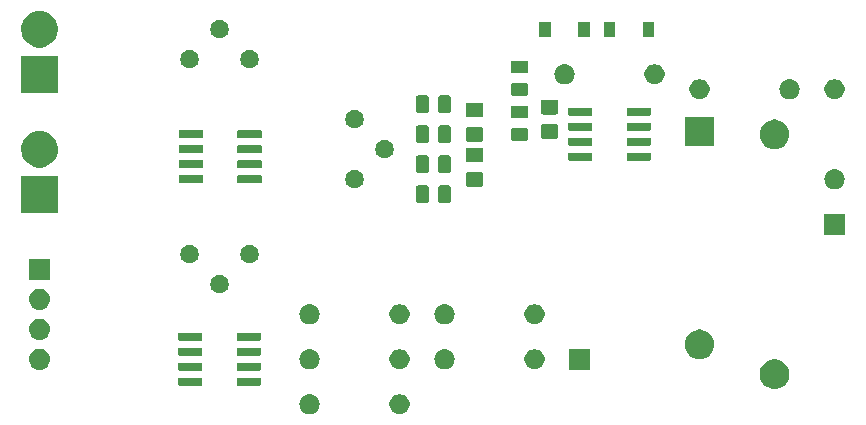
<source format=gbr>
G04 #@! TF.GenerationSoftware,KiCad,Pcbnew,(5.1.2)-2*
G04 #@! TF.CreationDate,2019-11-18T15:02:21-05:00*
G04 #@! TF.ProjectId,Lab_Sensing,4c61625f-5365-46e7-9369-6e672e6b6963,rev?*
G04 #@! TF.SameCoordinates,Original*
G04 #@! TF.FileFunction,Soldermask,Top*
G04 #@! TF.FilePolarity,Negative*
%FSLAX46Y46*%
G04 Gerber Fmt 4.6, Leading zero omitted, Abs format (unit mm)*
G04 Created by KiCad (PCBNEW (5.1.2)-2) date 2019-11-18 15:02:21*
%MOMM*%
%LPD*%
G04 APERTURE LIST*
%ADD10C,0.100000*%
G04 APERTURE END LIST*
D10*
G36*
X119628228Y-143961703D02*
G01*
X119783100Y-144025853D01*
X119922481Y-144118985D01*
X120041015Y-144237519D01*
X120134147Y-144376900D01*
X120198297Y-144531772D01*
X120231000Y-144696184D01*
X120231000Y-144863816D01*
X120198297Y-145028228D01*
X120134147Y-145183100D01*
X120041015Y-145322481D01*
X119922481Y-145441015D01*
X119783100Y-145534147D01*
X119628228Y-145598297D01*
X119463816Y-145631000D01*
X119296184Y-145631000D01*
X119131772Y-145598297D01*
X118976900Y-145534147D01*
X118837519Y-145441015D01*
X118718985Y-145322481D01*
X118625853Y-145183100D01*
X118561703Y-145028228D01*
X118529000Y-144863816D01*
X118529000Y-144696184D01*
X118561703Y-144531772D01*
X118625853Y-144376900D01*
X118718985Y-144237519D01*
X118837519Y-144118985D01*
X118976900Y-144025853D01*
X119131772Y-143961703D01*
X119296184Y-143929000D01*
X119463816Y-143929000D01*
X119628228Y-143961703D01*
X119628228Y-143961703D01*
G37*
G36*
X111926823Y-143941313D02*
G01*
X112087242Y-143989976D01*
X112154361Y-144025852D01*
X112235078Y-144068996D01*
X112364659Y-144175341D01*
X112471004Y-144304922D01*
X112471005Y-144304924D01*
X112550024Y-144452758D01*
X112598687Y-144613177D01*
X112615117Y-144780000D01*
X112598687Y-144946823D01*
X112550024Y-145107242D01*
X112509477Y-145183100D01*
X112471004Y-145255078D01*
X112364659Y-145384659D01*
X112235078Y-145491004D01*
X112235076Y-145491005D01*
X112087242Y-145570024D01*
X111926823Y-145618687D01*
X111801804Y-145631000D01*
X111718196Y-145631000D01*
X111593177Y-145618687D01*
X111432758Y-145570024D01*
X111284924Y-145491005D01*
X111284922Y-145491004D01*
X111155341Y-145384659D01*
X111048996Y-145255078D01*
X111010523Y-145183100D01*
X110969976Y-145107242D01*
X110921313Y-144946823D01*
X110904883Y-144780000D01*
X110921313Y-144613177D01*
X110969976Y-144452758D01*
X111048995Y-144304924D01*
X111048996Y-144304922D01*
X111155341Y-144175341D01*
X111284922Y-144068996D01*
X111365639Y-144025852D01*
X111432758Y-143989976D01*
X111593177Y-143941313D01*
X111718196Y-143929000D01*
X111801804Y-143929000D01*
X111926823Y-143941313D01*
X111926823Y-143941313D01*
G37*
G36*
X151494903Y-141037075D02*
G01*
X151722571Y-141131378D01*
X151927466Y-141268285D01*
X152101715Y-141442534D01*
X152238622Y-141647429D01*
X152332925Y-141875097D01*
X152381000Y-142116787D01*
X152381000Y-142363213D01*
X152332925Y-142604903D01*
X152238622Y-142832571D01*
X152101715Y-143037466D01*
X151927466Y-143211715D01*
X151722571Y-143348622D01*
X151722570Y-143348623D01*
X151722569Y-143348623D01*
X151494903Y-143442925D01*
X151253214Y-143491000D01*
X151006786Y-143491000D01*
X150765097Y-143442925D01*
X150537431Y-143348623D01*
X150537430Y-143348623D01*
X150537429Y-143348622D01*
X150332534Y-143211715D01*
X150158285Y-143037466D01*
X150021378Y-142832571D01*
X149927075Y-142604903D01*
X149879000Y-142363213D01*
X149879000Y-142116787D01*
X149927075Y-141875097D01*
X150021378Y-141647429D01*
X150158285Y-141442534D01*
X150332534Y-141268285D01*
X150537429Y-141131378D01*
X150765097Y-141037075D01*
X151006786Y-140989000D01*
X151253214Y-140989000D01*
X151494903Y-141037075D01*
X151494903Y-141037075D01*
G37*
G36*
X102599928Y-142526764D02*
G01*
X102621009Y-142533160D01*
X102640445Y-142543548D01*
X102657476Y-142557524D01*
X102671452Y-142574555D01*
X102681840Y-142593991D01*
X102688236Y-142615072D01*
X102691000Y-142643140D01*
X102691000Y-143106860D01*
X102688236Y-143134928D01*
X102681840Y-143156009D01*
X102671452Y-143175445D01*
X102657476Y-143192476D01*
X102640445Y-143206452D01*
X102621009Y-143216840D01*
X102599928Y-143223236D01*
X102571860Y-143226000D01*
X100758140Y-143226000D01*
X100730072Y-143223236D01*
X100708991Y-143216840D01*
X100689555Y-143206452D01*
X100672524Y-143192476D01*
X100658548Y-143175445D01*
X100648160Y-143156009D01*
X100641764Y-143134928D01*
X100639000Y-143106860D01*
X100639000Y-142643140D01*
X100641764Y-142615072D01*
X100648160Y-142593991D01*
X100658548Y-142574555D01*
X100672524Y-142557524D01*
X100689555Y-142543548D01*
X100708991Y-142533160D01*
X100730072Y-142526764D01*
X100758140Y-142524000D01*
X102571860Y-142524000D01*
X102599928Y-142526764D01*
X102599928Y-142526764D01*
G37*
G36*
X107549928Y-142526764D02*
G01*
X107571009Y-142533160D01*
X107590445Y-142543548D01*
X107607476Y-142557524D01*
X107621452Y-142574555D01*
X107631840Y-142593991D01*
X107638236Y-142615072D01*
X107641000Y-142643140D01*
X107641000Y-143106860D01*
X107638236Y-143134928D01*
X107631840Y-143156009D01*
X107621452Y-143175445D01*
X107607476Y-143192476D01*
X107590445Y-143206452D01*
X107571009Y-143216840D01*
X107549928Y-143223236D01*
X107521860Y-143226000D01*
X105708140Y-143226000D01*
X105680072Y-143223236D01*
X105658991Y-143216840D01*
X105639555Y-143206452D01*
X105622524Y-143192476D01*
X105608548Y-143175445D01*
X105598160Y-143156009D01*
X105591764Y-143134928D01*
X105589000Y-143106860D01*
X105589000Y-142643140D01*
X105591764Y-142615072D01*
X105598160Y-142593991D01*
X105608548Y-142574555D01*
X105622524Y-142557524D01*
X105639555Y-142543548D01*
X105658991Y-142533160D01*
X105680072Y-142526764D01*
X105708140Y-142524000D01*
X107521860Y-142524000D01*
X107549928Y-142526764D01*
X107549928Y-142526764D01*
G37*
G36*
X102599928Y-141256764D02*
G01*
X102621009Y-141263160D01*
X102640445Y-141273548D01*
X102657476Y-141287524D01*
X102671452Y-141304555D01*
X102681840Y-141323991D01*
X102688236Y-141345072D01*
X102691000Y-141373140D01*
X102691000Y-141836860D01*
X102688236Y-141864928D01*
X102681840Y-141886009D01*
X102671452Y-141905445D01*
X102657476Y-141922476D01*
X102640445Y-141936452D01*
X102621009Y-141946840D01*
X102599928Y-141953236D01*
X102571860Y-141956000D01*
X100758140Y-141956000D01*
X100730072Y-141953236D01*
X100708991Y-141946840D01*
X100689555Y-141936452D01*
X100672524Y-141922476D01*
X100658548Y-141905445D01*
X100648160Y-141886009D01*
X100641764Y-141864928D01*
X100639000Y-141836860D01*
X100639000Y-141373140D01*
X100641764Y-141345072D01*
X100648160Y-141323991D01*
X100658548Y-141304555D01*
X100672524Y-141287524D01*
X100689555Y-141273548D01*
X100708991Y-141263160D01*
X100730072Y-141256764D01*
X100758140Y-141254000D01*
X102571860Y-141254000D01*
X102599928Y-141256764D01*
X102599928Y-141256764D01*
G37*
G36*
X107549928Y-141256764D02*
G01*
X107571009Y-141263160D01*
X107590445Y-141273548D01*
X107607476Y-141287524D01*
X107621452Y-141304555D01*
X107631840Y-141323991D01*
X107638236Y-141345072D01*
X107641000Y-141373140D01*
X107641000Y-141836860D01*
X107638236Y-141864928D01*
X107631840Y-141886009D01*
X107621452Y-141905445D01*
X107607476Y-141922476D01*
X107590445Y-141936452D01*
X107571009Y-141946840D01*
X107549928Y-141953236D01*
X107521860Y-141956000D01*
X105708140Y-141956000D01*
X105680072Y-141953236D01*
X105658991Y-141946840D01*
X105639555Y-141936452D01*
X105622524Y-141922476D01*
X105608548Y-141905445D01*
X105598160Y-141886009D01*
X105591764Y-141864928D01*
X105589000Y-141836860D01*
X105589000Y-141373140D01*
X105591764Y-141345072D01*
X105598160Y-141323991D01*
X105608548Y-141304555D01*
X105622524Y-141287524D01*
X105639555Y-141273548D01*
X105658991Y-141263160D01*
X105680072Y-141256764D01*
X105708140Y-141254000D01*
X107521860Y-141254000D01*
X107549928Y-141256764D01*
X107549928Y-141256764D01*
G37*
G36*
X135521000Y-141871000D02*
G01*
X133719000Y-141871000D01*
X133719000Y-140069000D01*
X135521000Y-140069000D01*
X135521000Y-141871000D01*
X135521000Y-141871000D01*
G37*
G36*
X89005909Y-140075072D02*
G01*
X89076627Y-140082037D01*
X89246466Y-140133557D01*
X89402991Y-140217222D01*
X89438729Y-140246552D01*
X89540186Y-140329814D01*
X89620369Y-140427519D01*
X89652778Y-140467009D01*
X89736443Y-140623534D01*
X89787963Y-140793373D01*
X89805359Y-140970000D01*
X89787963Y-141146627D01*
X89736443Y-141316466D01*
X89652778Y-141472991D01*
X89623448Y-141508729D01*
X89540186Y-141610186D01*
X89438729Y-141693448D01*
X89402991Y-141722778D01*
X89246466Y-141806443D01*
X89076627Y-141857963D01*
X89010443Y-141864481D01*
X88944260Y-141871000D01*
X88855740Y-141871000D01*
X88789557Y-141864481D01*
X88723373Y-141857963D01*
X88553534Y-141806443D01*
X88397009Y-141722778D01*
X88361271Y-141693448D01*
X88259814Y-141610186D01*
X88176552Y-141508729D01*
X88147222Y-141472991D01*
X88063557Y-141316466D01*
X88012037Y-141146627D01*
X87994641Y-140970000D01*
X88012037Y-140793373D01*
X88063557Y-140623534D01*
X88147222Y-140467009D01*
X88179631Y-140427519D01*
X88259814Y-140329814D01*
X88361271Y-140246552D01*
X88397009Y-140217222D01*
X88553534Y-140133557D01*
X88723373Y-140082037D01*
X88794091Y-140075072D01*
X88855740Y-140069000D01*
X88944260Y-140069000D01*
X89005909Y-140075072D01*
X89005909Y-140075072D01*
G37*
G36*
X123356823Y-140131313D02*
G01*
X123517242Y-140179976D01*
X123584361Y-140215852D01*
X123665078Y-140258996D01*
X123794659Y-140365341D01*
X123901004Y-140494922D01*
X123901005Y-140494924D01*
X123980024Y-140642758D01*
X124028687Y-140803177D01*
X124045117Y-140970000D01*
X124028687Y-141136823D01*
X123980024Y-141297242D01*
X123927631Y-141395262D01*
X123901004Y-141445078D01*
X123794659Y-141574659D01*
X123665078Y-141681004D01*
X123665076Y-141681005D01*
X123517242Y-141760024D01*
X123356823Y-141808687D01*
X123231804Y-141821000D01*
X123148196Y-141821000D01*
X123023177Y-141808687D01*
X122862758Y-141760024D01*
X122714924Y-141681005D01*
X122714922Y-141681004D01*
X122585341Y-141574659D01*
X122478996Y-141445078D01*
X122452369Y-141395262D01*
X122399976Y-141297242D01*
X122351313Y-141136823D01*
X122334883Y-140970000D01*
X122351313Y-140803177D01*
X122399976Y-140642758D01*
X122478995Y-140494924D01*
X122478996Y-140494922D01*
X122585341Y-140365341D01*
X122714922Y-140258996D01*
X122795639Y-140215852D01*
X122862758Y-140179976D01*
X123023177Y-140131313D01*
X123148196Y-140119000D01*
X123231804Y-140119000D01*
X123356823Y-140131313D01*
X123356823Y-140131313D01*
G37*
G36*
X131058228Y-140151703D02*
G01*
X131213100Y-140215853D01*
X131352481Y-140308985D01*
X131471015Y-140427519D01*
X131564147Y-140566900D01*
X131628297Y-140721772D01*
X131661000Y-140886184D01*
X131661000Y-141053816D01*
X131628297Y-141218228D01*
X131564147Y-141373100D01*
X131471015Y-141512481D01*
X131352481Y-141631015D01*
X131213100Y-141724147D01*
X131058228Y-141788297D01*
X130893816Y-141821000D01*
X130726184Y-141821000D01*
X130561772Y-141788297D01*
X130406900Y-141724147D01*
X130267519Y-141631015D01*
X130148985Y-141512481D01*
X130055853Y-141373100D01*
X129991703Y-141218228D01*
X129959000Y-141053816D01*
X129959000Y-140886184D01*
X129991703Y-140721772D01*
X130055853Y-140566900D01*
X130148985Y-140427519D01*
X130267519Y-140308985D01*
X130406900Y-140215853D01*
X130561772Y-140151703D01*
X130726184Y-140119000D01*
X130893816Y-140119000D01*
X131058228Y-140151703D01*
X131058228Y-140151703D01*
G37*
G36*
X119628228Y-140151703D02*
G01*
X119783100Y-140215853D01*
X119922481Y-140308985D01*
X120041015Y-140427519D01*
X120134147Y-140566900D01*
X120198297Y-140721772D01*
X120231000Y-140886184D01*
X120231000Y-141053816D01*
X120198297Y-141218228D01*
X120134147Y-141373100D01*
X120041015Y-141512481D01*
X119922481Y-141631015D01*
X119783100Y-141724147D01*
X119628228Y-141788297D01*
X119463816Y-141821000D01*
X119296184Y-141821000D01*
X119131772Y-141788297D01*
X118976900Y-141724147D01*
X118837519Y-141631015D01*
X118718985Y-141512481D01*
X118625853Y-141373100D01*
X118561703Y-141218228D01*
X118529000Y-141053816D01*
X118529000Y-140886184D01*
X118561703Y-140721772D01*
X118625853Y-140566900D01*
X118718985Y-140427519D01*
X118837519Y-140308985D01*
X118976900Y-140215853D01*
X119131772Y-140151703D01*
X119296184Y-140119000D01*
X119463816Y-140119000D01*
X119628228Y-140151703D01*
X119628228Y-140151703D01*
G37*
G36*
X111926823Y-140131313D02*
G01*
X112087242Y-140179976D01*
X112154361Y-140215852D01*
X112235078Y-140258996D01*
X112364659Y-140365341D01*
X112471004Y-140494922D01*
X112471005Y-140494924D01*
X112550024Y-140642758D01*
X112598687Y-140803177D01*
X112615117Y-140970000D01*
X112598687Y-141136823D01*
X112550024Y-141297242D01*
X112497631Y-141395262D01*
X112471004Y-141445078D01*
X112364659Y-141574659D01*
X112235078Y-141681004D01*
X112235076Y-141681005D01*
X112087242Y-141760024D01*
X111926823Y-141808687D01*
X111801804Y-141821000D01*
X111718196Y-141821000D01*
X111593177Y-141808687D01*
X111432758Y-141760024D01*
X111284924Y-141681005D01*
X111284922Y-141681004D01*
X111155341Y-141574659D01*
X111048996Y-141445078D01*
X111022369Y-141395262D01*
X110969976Y-141297242D01*
X110921313Y-141136823D01*
X110904883Y-140970000D01*
X110921313Y-140803177D01*
X110969976Y-140642758D01*
X111048995Y-140494924D01*
X111048996Y-140494922D01*
X111155341Y-140365341D01*
X111284922Y-140258996D01*
X111365639Y-140215852D01*
X111432758Y-140179976D01*
X111593177Y-140131313D01*
X111718196Y-140119000D01*
X111801804Y-140119000D01*
X111926823Y-140131313D01*
X111926823Y-140131313D01*
G37*
G36*
X145025239Y-138467101D02*
G01*
X145261053Y-138538634D01*
X145478381Y-138654799D01*
X145668871Y-138811129D01*
X145825201Y-139001619D01*
X145941366Y-139218947D01*
X146012899Y-139454761D01*
X146037053Y-139700000D01*
X146012899Y-139945239D01*
X145941366Y-140181053D01*
X145825201Y-140398381D01*
X145668871Y-140588871D01*
X145478381Y-140745201D01*
X145261053Y-140861366D01*
X145025239Y-140932899D01*
X144841457Y-140951000D01*
X144718543Y-140951000D01*
X144534761Y-140932899D01*
X144298947Y-140861366D01*
X144081619Y-140745201D01*
X143891129Y-140588871D01*
X143734799Y-140398381D01*
X143618634Y-140181053D01*
X143547101Y-139945239D01*
X143522947Y-139700000D01*
X143547101Y-139454761D01*
X143618634Y-139218947D01*
X143734799Y-139001619D01*
X143891129Y-138811129D01*
X144081619Y-138654799D01*
X144298947Y-138538634D01*
X144534761Y-138467101D01*
X144718543Y-138449000D01*
X144841457Y-138449000D01*
X145025239Y-138467101D01*
X145025239Y-138467101D01*
G37*
G36*
X102599928Y-139986764D02*
G01*
X102621009Y-139993160D01*
X102640445Y-140003548D01*
X102657476Y-140017524D01*
X102671452Y-140034555D01*
X102681840Y-140053991D01*
X102688236Y-140075072D01*
X102691000Y-140103140D01*
X102691000Y-140566860D01*
X102688236Y-140594928D01*
X102681840Y-140616009D01*
X102671452Y-140635445D01*
X102657476Y-140652476D01*
X102640445Y-140666452D01*
X102621009Y-140676840D01*
X102599928Y-140683236D01*
X102571860Y-140686000D01*
X100758140Y-140686000D01*
X100730072Y-140683236D01*
X100708991Y-140676840D01*
X100689555Y-140666452D01*
X100672524Y-140652476D01*
X100658548Y-140635445D01*
X100648160Y-140616009D01*
X100641764Y-140594928D01*
X100639000Y-140566860D01*
X100639000Y-140103140D01*
X100641764Y-140075072D01*
X100648160Y-140053991D01*
X100658548Y-140034555D01*
X100672524Y-140017524D01*
X100689555Y-140003548D01*
X100708991Y-139993160D01*
X100730072Y-139986764D01*
X100758140Y-139984000D01*
X102571860Y-139984000D01*
X102599928Y-139986764D01*
X102599928Y-139986764D01*
G37*
G36*
X107549928Y-139986764D02*
G01*
X107571009Y-139993160D01*
X107590445Y-140003548D01*
X107607476Y-140017524D01*
X107621452Y-140034555D01*
X107631840Y-140053991D01*
X107638236Y-140075072D01*
X107641000Y-140103140D01*
X107641000Y-140566860D01*
X107638236Y-140594928D01*
X107631840Y-140616009D01*
X107621452Y-140635445D01*
X107607476Y-140652476D01*
X107590445Y-140666452D01*
X107571009Y-140676840D01*
X107549928Y-140683236D01*
X107521860Y-140686000D01*
X105708140Y-140686000D01*
X105680072Y-140683236D01*
X105658991Y-140676840D01*
X105639555Y-140666452D01*
X105622524Y-140652476D01*
X105608548Y-140635445D01*
X105598160Y-140616009D01*
X105591764Y-140594928D01*
X105589000Y-140566860D01*
X105589000Y-140103140D01*
X105591764Y-140075072D01*
X105598160Y-140053991D01*
X105608548Y-140034555D01*
X105622524Y-140017524D01*
X105639555Y-140003548D01*
X105658991Y-139993160D01*
X105680072Y-139986764D01*
X105708140Y-139984000D01*
X107521860Y-139984000D01*
X107549928Y-139986764D01*
X107549928Y-139986764D01*
G37*
G36*
X107549928Y-138716764D02*
G01*
X107571009Y-138723160D01*
X107590445Y-138733548D01*
X107607476Y-138747524D01*
X107621452Y-138764555D01*
X107631840Y-138783991D01*
X107638236Y-138805072D01*
X107641000Y-138833140D01*
X107641000Y-139296860D01*
X107638236Y-139324928D01*
X107631840Y-139346009D01*
X107621452Y-139365445D01*
X107607476Y-139382476D01*
X107590445Y-139396452D01*
X107571009Y-139406840D01*
X107549928Y-139413236D01*
X107521860Y-139416000D01*
X105708140Y-139416000D01*
X105680072Y-139413236D01*
X105658991Y-139406840D01*
X105639555Y-139396452D01*
X105622524Y-139382476D01*
X105608548Y-139365445D01*
X105598160Y-139346009D01*
X105591764Y-139324928D01*
X105589000Y-139296860D01*
X105589000Y-138833140D01*
X105591764Y-138805072D01*
X105598160Y-138783991D01*
X105608548Y-138764555D01*
X105622524Y-138747524D01*
X105639555Y-138733548D01*
X105658991Y-138723160D01*
X105680072Y-138716764D01*
X105708140Y-138714000D01*
X107521860Y-138714000D01*
X107549928Y-138716764D01*
X107549928Y-138716764D01*
G37*
G36*
X102599928Y-138716764D02*
G01*
X102621009Y-138723160D01*
X102640445Y-138733548D01*
X102657476Y-138747524D01*
X102671452Y-138764555D01*
X102681840Y-138783991D01*
X102688236Y-138805072D01*
X102691000Y-138833140D01*
X102691000Y-139296860D01*
X102688236Y-139324928D01*
X102681840Y-139346009D01*
X102671452Y-139365445D01*
X102657476Y-139382476D01*
X102640445Y-139396452D01*
X102621009Y-139406840D01*
X102599928Y-139413236D01*
X102571860Y-139416000D01*
X100758140Y-139416000D01*
X100730072Y-139413236D01*
X100708991Y-139406840D01*
X100689555Y-139396452D01*
X100672524Y-139382476D01*
X100658548Y-139365445D01*
X100648160Y-139346009D01*
X100641764Y-139324928D01*
X100639000Y-139296860D01*
X100639000Y-138833140D01*
X100641764Y-138805072D01*
X100648160Y-138783991D01*
X100658548Y-138764555D01*
X100672524Y-138747524D01*
X100689555Y-138733548D01*
X100708991Y-138723160D01*
X100730072Y-138716764D01*
X100758140Y-138714000D01*
X102571860Y-138714000D01*
X102599928Y-138716764D01*
X102599928Y-138716764D01*
G37*
G36*
X89010443Y-137535519D02*
G01*
X89076627Y-137542037D01*
X89246466Y-137593557D01*
X89402991Y-137677222D01*
X89433768Y-137702480D01*
X89540186Y-137789814D01*
X89623448Y-137891271D01*
X89652778Y-137927009D01*
X89736443Y-138083534D01*
X89787963Y-138253373D01*
X89805359Y-138430000D01*
X89787963Y-138606627D01*
X89736443Y-138776466D01*
X89652778Y-138932991D01*
X89623448Y-138968729D01*
X89540186Y-139070186D01*
X89438729Y-139153448D01*
X89402991Y-139182778D01*
X89246466Y-139266443D01*
X89076627Y-139317963D01*
X89010443Y-139324481D01*
X88944260Y-139331000D01*
X88855740Y-139331000D01*
X88789557Y-139324481D01*
X88723373Y-139317963D01*
X88553534Y-139266443D01*
X88397009Y-139182778D01*
X88361271Y-139153448D01*
X88259814Y-139070186D01*
X88176552Y-138968729D01*
X88147222Y-138932991D01*
X88063557Y-138776466D01*
X88012037Y-138606627D01*
X87994641Y-138430000D01*
X88012037Y-138253373D01*
X88063557Y-138083534D01*
X88147222Y-137927009D01*
X88176552Y-137891271D01*
X88259814Y-137789814D01*
X88366232Y-137702480D01*
X88397009Y-137677222D01*
X88553534Y-137593557D01*
X88723373Y-137542037D01*
X88789557Y-137535519D01*
X88855740Y-137529000D01*
X88944260Y-137529000D01*
X89010443Y-137535519D01*
X89010443Y-137535519D01*
G37*
G36*
X119628228Y-136341703D02*
G01*
X119783100Y-136405853D01*
X119922481Y-136498985D01*
X120041015Y-136617519D01*
X120134147Y-136756900D01*
X120198297Y-136911772D01*
X120231000Y-137076184D01*
X120231000Y-137243816D01*
X120198297Y-137408228D01*
X120134147Y-137563100D01*
X120041015Y-137702481D01*
X119922481Y-137821015D01*
X119783100Y-137914147D01*
X119628228Y-137978297D01*
X119463816Y-138011000D01*
X119296184Y-138011000D01*
X119131772Y-137978297D01*
X118976900Y-137914147D01*
X118837519Y-137821015D01*
X118718985Y-137702481D01*
X118625853Y-137563100D01*
X118561703Y-137408228D01*
X118529000Y-137243816D01*
X118529000Y-137076184D01*
X118561703Y-136911772D01*
X118625853Y-136756900D01*
X118718985Y-136617519D01*
X118837519Y-136498985D01*
X118976900Y-136405853D01*
X119131772Y-136341703D01*
X119296184Y-136309000D01*
X119463816Y-136309000D01*
X119628228Y-136341703D01*
X119628228Y-136341703D01*
G37*
G36*
X111926823Y-136321313D02*
G01*
X112087242Y-136369976D01*
X112154361Y-136405852D01*
X112235078Y-136448996D01*
X112364659Y-136555341D01*
X112471004Y-136684922D01*
X112471005Y-136684924D01*
X112550024Y-136832758D01*
X112598687Y-136993177D01*
X112615117Y-137160000D01*
X112598687Y-137326823D01*
X112550024Y-137487242D01*
X112509477Y-137563100D01*
X112471004Y-137635078D01*
X112364659Y-137764659D01*
X112235078Y-137871004D01*
X112235076Y-137871005D01*
X112087242Y-137950024D01*
X111926823Y-137998687D01*
X111801804Y-138011000D01*
X111718196Y-138011000D01*
X111593177Y-137998687D01*
X111432758Y-137950024D01*
X111284924Y-137871005D01*
X111284922Y-137871004D01*
X111155341Y-137764659D01*
X111048996Y-137635078D01*
X111010523Y-137563100D01*
X110969976Y-137487242D01*
X110921313Y-137326823D01*
X110904883Y-137160000D01*
X110921313Y-136993177D01*
X110969976Y-136832758D01*
X111048995Y-136684924D01*
X111048996Y-136684922D01*
X111155341Y-136555341D01*
X111284922Y-136448996D01*
X111365639Y-136405852D01*
X111432758Y-136369976D01*
X111593177Y-136321313D01*
X111718196Y-136309000D01*
X111801804Y-136309000D01*
X111926823Y-136321313D01*
X111926823Y-136321313D01*
G37*
G36*
X131058228Y-136341703D02*
G01*
X131213100Y-136405853D01*
X131352481Y-136498985D01*
X131471015Y-136617519D01*
X131564147Y-136756900D01*
X131628297Y-136911772D01*
X131661000Y-137076184D01*
X131661000Y-137243816D01*
X131628297Y-137408228D01*
X131564147Y-137563100D01*
X131471015Y-137702481D01*
X131352481Y-137821015D01*
X131213100Y-137914147D01*
X131058228Y-137978297D01*
X130893816Y-138011000D01*
X130726184Y-138011000D01*
X130561772Y-137978297D01*
X130406900Y-137914147D01*
X130267519Y-137821015D01*
X130148985Y-137702481D01*
X130055853Y-137563100D01*
X129991703Y-137408228D01*
X129959000Y-137243816D01*
X129959000Y-137076184D01*
X129991703Y-136911772D01*
X130055853Y-136756900D01*
X130148985Y-136617519D01*
X130267519Y-136498985D01*
X130406900Y-136405853D01*
X130561772Y-136341703D01*
X130726184Y-136309000D01*
X130893816Y-136309000D01*
X131058228Y-136341703D01*
X131058228Y-136341703D01*
G37*
G36*
X123356823Y-136321313D02*
G01*
X123517242Y-136369976D01*
X123584361Y-136405852D01*
X123665078Y-136448996D01*
X123794659Y-136555341D01*
X123901004Y-136684922D01*
X123901005Y-136684924D01*
X123980024Y-136832758D01*
X124028687Y-136993177D01*
X124045117Y-137160000D01*
X124028687Y-137326823D01*
X123980024Y-137487242D01*
X123939477Y-137563100D01*
X123901004Y-137635078D01*
X123794659Y-137764659D01*
X123665078Y-137871004D01*
X123665076Y-137871005D01*
X123517242Y-137950024D01*
X123356823Y-137998687D01*
X123231804Y-138011000D01*
X123148196Y-138011000D01*
X123023177Y-137998687D01*
X122862758Y-137950024D01*
X122714924Y-137871005D01*
X122714922Y-137871004D01*
X122585341Y-137764659D01*
X122478996Y-137635078D01*
X122440523Y-137563100D01*
X122399976Y-137487242D01*
X122351313Y-137326823D01*
X122334883Y-137160000D01*
X122351313Y-136993177D01*
X122399976Y-136832758D01*
X122478995Y-136684924D01*
X122478996Y-136684922D01*
X122585341Y-136555341D01*
X122714922Y-136448996D01*
X122795639Y-136405852D01*
X122862758Y-136369976D01*
X123023177Y-136321313D01*
X123148196Y-136309000D01*
X123231804Y-136309000D01*
X123356823Y-136321313D01*
X123356823Y-136321313D01*
G37*
G36*
X89010442Y-134995518D02*
G01*
X89076627Y-135002037D01*
X89246466Y-135053557D01*
X89402991Y-135137222D01*
X89438729Y-135166552D01*
X89540186Y-135249814D01*
X89623448Y-135351271D01*
X89652778Y-135387009D01*
X89736443Y-135543534D01*
X89787963Y-135713373D01*
X89805359Y-135890000D01*
X89787963Y-136066627D01*
X89736443Y-136236466D01*
X89652778Y-136392991D01*
X89642223Y-136405852D01*
X89540186Y-136530186D01*
X89438729Y-136613448D01*
X89402991Y-136642778D01*
X89246466Y-136726443D01*
X89076627Y-136777963D01*
X89010442Y-136784482D01*
X88944260Y-136791000D01*
X88855740Y-136791000D01*
X88789558Y-136784482D01*
X88723373Y-136777963D01*
X88553534Y-136726443D01*
X88397009Y-136642778D01*
X88361271Y-136613448D01*
X88259814Y-136530186D01*
X88157777Y-136405852D01*
X88147222Y-136392991D01*
X88063557Y-136236466D01*
X88012037Y-136066627D01*
X87994641Y-135890000D01*
X88012037Y-135713373D01*
X88063557Y-135543534D01*
X88147222Y-135387009D01*
X88176552Y-135351271D01*
X88259814Y-135249814D01*
X88361271Y-135166552D01*
X88397009Y-135137222D01*
X88553534Y-135053557D01*
X88723373Y-135002037D01*
X88789558Y-134995518D01*
X88855740Y-134989000D01*
X88944260Y-134989000D01*
X89010442Y-134995518D01*
X89010442Y-134995518D01*
G37*
G36*
X104265589Y-133858876D02*
G01*
X104364893Y-133878629D01*
X104505206Y-133936748D01*
X104631484Y-134021125D01*
X104738875Y-134128516D01*
X104823252Y-134254794D01*
X104881371Y-134395107D01*
X104911000Y-134544063D01*
X104911000Y-134695937D01*
X104881371Y-134844893D01*
X104823252Y-134985206D01*
X104738875Y-135111484D01*
X104631484Y-135218875D01*
X104505206Y-135303252D01*
X104364893Y-135361371D01*
X104265589Y-135381124D01*
X104215938Y-135391000D01*
X104064062Y-135391000D01*
X104014411Y-135381124D01*
X103915107Y-135361371D01*
X103774794Y-135303252D01*
X103648516Y-135218875D01*
X103541125Y-135111484D01*
X103456748Y-134985206D01*
X103398629Y-134844893D01*
X103369000Y-134695937D01*
X103369000Y-134544063D01*
X103398629Y-134395107D01*
X103456748Y-134254794D01*
X103541125Y-134128516D01*
X103648516Y-134021125D01*
X103774794Y-133936748D01*
X103915107Y-133878629D01*
X104014411Y-133858876D01*
X104064062Y-133849000D01*
X104215938Y-133849000D01*
X104265589Y-133858876D01*
X104265589Y-133858876D01*
G37*
G36*
X89801000Y-134251000D02*
G01*
X87999000Y-134251000D01*
X87999000Y-132449000D01*
X89801000Y-132449000D01*
X89801000Y-134251000D01*
X89801000Y-134251000D01*
G37*
G36*
X101725589Y-131318876D02*
G01*
X101824893Y-131338629D01*
X101965206Y-131396748D01*
X102091484Y-131481125D01*
X102198875Y-131588516D01*
X102283252Y-131714794D01*
X102341371Y-131855107D01*
X102371000Y-132004063D01*
X102371000Y-132155937D01*
X102341371Y-132304893D01*
X102283252Y-132445206D01*
X102198875Y-132571484D01*
X102091484Y-132678875D01*
X101965206Y-132763252D01*
X101824893Y-132821371D01*
X101725589Y-132841124D01*
X101675938Y-132851000D01*
X101524062Y-132851000D01*
X101474411Y-132841124D01*
X101375107Y-132821371D01*
X101234794Y-132763252D01*
X101108516Y-132678875D01*
X101001125Y-132571484D01*
X100916748Y-132445206D01*
X100858629Y-132304893D01*
X100829000Y-132155937D01*
X100829000Y-132004063D01*
X100858629Y-131855107D01*
X100916748Y-131714794D01*
X101001125Y-131588516D01*
X101108516Y-131481125D01*
X101234794Y-131396748D01*
X101375107Y-131338629D01*
X101474411Y-131318876D01*
X101524062Y-131309000D01*
X101675938Y-131309000D01*
X101725589Y-131318876D01*
X101725589Y-131318876D01*
G37*
G36*
X106805589Y-131318876D02*
G01*
X106904893Y-131338629D01*
X107045206Y-131396748D01*
X107171484Y-131481125D01*
X107278875Y-131588516D01*
X107363252Y-131714794D01*
X107421371Y-131855107D01*
X107451000Y-132004063D01*
X107451000Y-132155937D01*
X107421371Y-132304893D01*
X107363252Y-132445206D01*
X107278875Y-132571484D01*
X107171484Y-132678875D01*
X107045206Y-132763252D01*
X106904893Y-132821371D01*
X106805589Y-132841124D01*
X106755938Y-132851000D01*
X106604062Y-132851000D01*
X106554411Y-132841124D01*
X106455107Y-132821371D01*
X106314794Y-132763252D01*
X106188516Y-132678875D01*
X106081125Y-132571484D01*
X105996748Y-132445206D01*
X105938629Y-132304893D01*
X105909000Y-132155937D01*
X105909000Y-132004063D01*
X105938629Y-131855107D01*
X105996748Y-131714794D01*
X106081125Y-131588516D01*
X106188516Y-131481125D01*
X106314794Y-131396748D01*
X106455107Y-131338629D01*
X106554411Y-131318876D01*
X106604062Y-131309000D01*
X106755938Y-131309000D01*
X106805589Y-131318876D01*
X106805589Y-131318876D01*
G37*
G36*
X157111000Y-130441000D02*
G01*
X155309000Y-130441000D01*
X155309000Y-128639000D01*
X157111000Y-128639000D01*
X157111000Y-130441000D01*
X157111000Y-130441000D01*
G37*
G36*
X90450870Y-128550870D02*
G01*
X87349130Y-128550870D01*
X87349130Y-125449130D01*
X90450870Y-125449130D01*
X90450870Y-128550870D01*
X90450870Y-128550870D01*
G37*
G36*
X121686968Y-126253565D02*
G01*
X121725638Y-126265296D01*
X121761277Y-126284346D01*
X121792517Y-126309983D01*
X121818154Y-126341223D01*
X121837204Y-126376862D01*
X121848935Y-126415532D01*
X121853500Y-126461888D01*
X121853500Y-127538112D01*
X121848935Y-127584468D01*
X121837204Y-127623138D01*
X121818154Y-127658777D01*
X121792517Y-127690017D01*
X121761277Y-127715654D01*
X121725638Y-127734704D01*
X121686968Y-127746435D01*
X121640612Y-127751000D01*
X120989388Y-127751000D01*
X120943032Y-127746435D01*
X120904362Y-127734704D01*
X120868723Y-127715654D01*
X120837483Y-127690017D01*
X120811846Y-127658777D01*
X120792796Y-127623138D01*
X120781065Y-127584468D01*
X120776500Y-127538112D01*
X120776500Y-126461888D01*
X120781065Y-126415532D01*
X120792796Y-126376862D01*
X120811846Y-126341223D01*
X120837483Y-126309983D01*
X120868723Y-126284346D01*
X120904362Y-126265296D01*
X120943032Y-126253565D01*
X120989388Y-126249000D01*
X121640612Y-126249000D01*
X121686968Y-126253565D01*
X121686968Y-126253565D01*
G37*
G36*
X123561968Y-126253565D02*
G01*
X123600638Y-126265296D01*
X123636277Y-126284346D01*
X123667517Y-126309983D01*
X123693154Y-126341223D01*
X123712204Y-126376862D01*
X123723935Y-126415532D01*
X123728500Y-126461888D01*
X123728500Y-127538112D01*
X123723935Y-127584468D01*
X123712204Y-127623138D01*
X123693154Y-127658777D01*
X123667517Y-127690017D01*
X123636277Y-127715654D01*
X123600638Y-127734704D01*
X123561968Y-127746435D01*
X123515612Y-127751000D01*
X122864388Y-127751000D01*
X122818032Y-127746435D01*
X122779362Y-127734704D01*
X122743723Y-127715654D01*
X122712483Y-127690017D01*
X122686846Y-127658777D01*
X122667796Y-127623138D01*
X122656065Y-127584468D01*
X122651500Y-127538112D01*
X122651500Y-126461888D01*
X122656065Y-126415532D01*
X122667796Y-126376862D01*
X122686846Y-126341223D01*
X122712483Y-126309983D01*
X122743723Y-126284346D01*
X122779362Y-126265296D01*
X122818032Y-126253565D01*
X122864388Y-126249000D01*
X123515612Y-126249000D01*
X123561968Y-126253565D01*
X123561968Y-126253565D01*
G37*
G36*
X156376823Y-124891313D02*
G01*
X156537242Y-124939976D01*
X156669906Y-125010886D01*
X156685078Y-125018996D01*
X156814659Y-125125341D01*
X156921004Y-125254922D01*
X156921005Y-125254924D01*
X157000024Y-125402758D01*
X157048687Y-125563177D01*
X157065117Y-125730000D01*
X157048687Y-125896823D01*
X157000024Y-126057242D01*
X156930141Y-126187983D01*
X156921004Y-126205078D01*
X156814659Y-126334659D01*
X156685078Y-126441004D01*
X156685076Y-126441005D01*
X156537242Y-126520024D01*
X156376823Y-126568687D01*
X156251804Y-126581000D01*
X156168196Y-126581000D01*
X156043177Y-126568687D01*
X155882758Y-126520024D01*
X155734924Y-126441005D01*
X155734922Y-126441004D01*
X155605341Y-126334659D01*
X155498996Y-126205078D01*
X155489859Y-126187983D01*
X155419976Y-126057242D01*
X155371313Y-125896823D01*
X155354883Y-125730000D01*
X155371313Y-125563177D01*
X155419976Y-125402758D01*
X155498995Y-125254924D01*
X155498996Y-125254922D01*
X155605341Y-125125341D01*
X155734922Y-125018996D01*
X155750094Y-125010886D01*
X155882758Y-124939976D01*
X156043177Y-124891313D01*
X156168196Y-124879000D01*
X156251804Y-124879000D01*
X156376823Y-124891313D01*
X156376823Y-124891313D01*
G37*
G36*
X115695589Y-124968876D02*
G01*
X115794893Y-124988629D01*
X115935206Y-125046748D01*
X116061484Y-125131125D01*
X116168875Y-125238516D01*
X116253252Y-125364794D01*
X116311371Y-125505107D01*
X116341000Y-125654063D01*
X116341000Y-125805937D01*
X116311371Y-125954893D01*
X116253252Y-126095206D01*
X116168875Y-126221484D01*
X116061484Y-126328875D01*
X115935206Y-126413252D01*
X115794893Y-126471371D01*
X115695589Y-126491124D01*
X115645938Y-126501000D01*
X115494062Y-126501000D01*
X115444411Y-126491124D01*
X115345107Y-126471371D01*
X115204794Y-126413252D01*
X115078516Y-126328875D01*
X114971125Y-126221484D01*
X114886748Y-126095206D01*
X114828629Y-125954893D01*
X114799000Y-125805937D01*
X114799000Y-125654063D01*
X114828629Y-125505107D01*
X114886748Y-125364794D01*
X114971125Y-125238516D01*
X115078516Y-125131125D01*
X115204794Y-125046748D01*
X115345107Y-124988629D01*
X115444411Y-124968876D01*
X115494062Y-124959000D01*
X115645938Y-124959000D01*
X115695589Y-124968876D01*
X115695589Y-124968876D01*
G37*
G36*
X126318674Y-125108465D02*
G01*
X126356367Y-125119899D01*
X126391103Y-125138466D01*
X126421548Y-125163452D01*
X126446534Y-125193897D01*
X126465101Y-125228633D01*
X126476535Y-125266326D01*
X126481000Y-125311661D01*
X126481000Y-126148339D01*
X126476535Y-126193674D01*
X126465101Y-126231367D01*
X126446534Y-126266103D01*
X126421548Y-126296548D01*
X126391103Y-126321534D01*
X126356367Y-126340101D01*
X126318674Y-126351535D01*
X126273339Y-126356000D01*
X125186661Y-126356000D01*
X125141326Y-126351535D01*
X125103633Y-126340101D01*
X125068897Y-126321534D01*
X125038452Y-126296548D01*
X125013466Y-126266103D01*
X124994899Y-126231367D01*
X124983465Y-126193674D01*
X124979000Y-126148339D01*
X124979000Y-125311661D01*
X124983465Y-125266326D01*
X124994899Y-125228633D01*
X125013466Y-125193897D01*
X125038452Y-125163452D01*
X125068897Y-125138466D01*
X125103633Y-125119899D01*
X125141326Y-125108465D01*
X125186661Y-125104000D01*
X126273339Y-125104000D01*
X126318674Y-125108465D01*
X126318674Y-125108465D01*
G37*
G36*
X102664928Y-125381764D02*
G01*
X102686009Y-125388160D01*
X102705445Y-125398548D01*
X102722476Y-125412524D01*
X102736452Y-125429555D01*
X102746840Y-125448991D01*
X102753236Y-125470072D01*
X102756000Y-125498140D01*
X102756000Y-125961860D01*
X102753236Y-125989928D01*
X102746840Y-126011009D01*
X102736452Y-126030445D01*
X102722476Y-126047476D01*
X102705445Y-126061452D01*
X102686009Y-126071840D01*
X102664928Y-126078236D01*
X102636860Y-126081000D01*
X100823140Y-126081000D01*
X100795072Y-126078236D01*
X100773991Y-126071840D01*
X100754555Y-126061452D01*
X100737524Y-126047476D01*
X100723548Y-126030445D01*
X100713160Y-126011009D01*
X100706764Y-125989928D01*
X100704000Y-125961860D01*
X100704000Y-125498140D01*
X100706764Y-125470072D01*
X100713160Y-125448991D01*
X100723548Y-125429555D01*
X100737524Y-125412524D01*
X100754555Y-125398548D01*
X100773991Y-125388160D01*
X100795072Y-125381764D01*
X100823140Y-125379000D01*
X102636860Y-125379000D01*
X102664928Y-125381764D01*
X102664928Y-125381764D01*
G37*
G36*
X107614928Y-125381764D02*
G01*
X107636009Y-125388160D01*
X107655445Y-125398548D01*
X107672476Y-125412524D01*
X107686452Y-125429555D01*
X107696840Y-125448991D01*
X107703236Y-125470072D01*
X107706000Y-125498140D01*
X107706000Y-125961860D01*
X107703236Y-125989928D01*
X107696840Y-126011009D01*
X107686452Y-126030445D01*
X107672476Y-126047476D01*
X107655445Y-126061452D01*
X107636009Y-126071840D01*
X107614928Y-126078236D01*
X107586860Y-126081000D01*
X105773140Y-126081000D01*
X105745072Y-126078236D01*
X105723991Y-126071840D01*
X105704555Y-126061452D01*
X105687524Y-126047476D01*
X105673548Y-126030445D01*
X105663160Y-126011009D01*
X105656764Y-125989928D01*
X105654000Y-125961860D01*
X105654000Y-125498140D01*
X105656764Y-125470072D01*
X105663160Y-125448991D01*
X105673548Y-125429555D01*
X105687524Y-125412524D01*
X105704555Y-125398548D01*
X105723991Y-125388160D01*
X105745072Y-125381764D01*
X105773140Y-125379000D01*
X107586860Y-125379000D01*
X107614928Y-125381764D01*
X107614928Y-125381764D01*
G37*
G36*
X123561968Y-123713565D02*
G01*
X123600638Y-123725296D01*
X123636277Y-123744346D01*
X123667517Y-123769983D01*
X123693154Y-123801223D01*
X123712204Y-123836862D01*
X123723935Y-123875532D01*
X123728500Y-123921888D01*
X123728500Y-124998112D01*
X123723935Y-125044468D01*
X123712204Y-125083138D01*
X123693154Y-125118777D01*
X123667517Y-125150017D01*
X123636277Y-125175654D01*
X123600638Y-125194704D01*
X123561968Y-125206435D01*
X123515612Y-125211000D01*
X122864388Y-125211000D01*
X122818032Y-125206435D01*
X122779362Y-125194704D01*
X122743723Y-125175654D01*
X122712483Y-125150017D01*
X122686846Y-125118777D01*
X122667796Y-125083138D01*
X122656065Y-125044468D01*
X122651500Y-124998112D01*
X122651500Y-123921888D01*
X122656065Y-123875532D01*
X122667796Y-123836862D01*
X122686846Y-123801223D01*
X122712483Y-123769983D01*
X122743723Y-123744346D01*
X122779362Y-123725296D01*
X122818032Y-123713565D01*
X122864388Y-123709000D01*
X123515612Y-123709000D01*
X123561968Y-123713565D01*
X123561968Y-123713565D01*
G37*
G36*
X121686968Y-123713565D02*
G01*
X121725638Y-123725296D01*
X121761277Y-123744346D01*
X121792517Y-123769983D01*
X121818154Y-123801223D01*
X121837204Y-123836862D01*
X121848935Y-123875532D01*
X121853500Y-123921888D01*
X121853500Y-124998112D01*
X121848935Y-125044468D01*
X121837204Y-125083138D01*
X121818154Y-125118777D01*
X121792517Y-125150017D01*
X121761277Y-125175654D01*
X121725638Y-125194704D01*
X121686968Y-125206435D01*
X121640612Y-125211000D01*
X120989388Y-125211000D01*
X120943032Y-125206435D01*
X120904362Y-125194704D01*
X120868723Y-125175654D01*
X120837483Y-125150017D01*
X120811846Y-125118777D01*
X120792796Y-125083138D01*
X120781065Y-125044468D01*
X120776500Y-124998112D01*
X120776500Y-123921888D01*
X120781065Y-123875532D01*
X120792796Y-123836862D01*
X120811846Y-123801223D01*
X120837483Y-123769983D01*
X120868723Y-123744346D01*
X120904362Y-123725296D01*
X120943032Y-123713565D01*
X120989388Y-123709000D01*
X121640612Y-123709000D01*
X121686968Y-123713565D01*
X121686968Y-123713565D01*
G37*
G36*
X107614928Y-124111764D02*
G01*
X107636009Y-124118160D01*
X107655445Y-124128548D01*
X107672476Y-124142524D01*
X107686452Y-124159555D01*
X107696840Y-124178991D01*
X107703236Y-124200072D01*
X107706000Y-124228140D01*
X107706000Y-124691860D01*
X107703236Y-124719928D01*
X107696840Y-124741009D01*
X107686452Y-124760445D01*
X107672476Y-124777476D01*
X107655445Y-124791452D01*
X107636009Y-124801840D01*
X107614928Y-124808236D01*
X107586860Y-124811000D01*
X105773140Y-124811000D01*
X105745072Y-124808236D01*
X105723991Y-124801840D01*
X105704555Y-124791452D01*
X105687524Y-124777476D01*
X105673548Y-124760445D01*
X105663160Y-124741009D01*
X105656764Y-124719928D01*
X105654000Y-124691860D01*
X105654000Y-124228140D01*
X105656764Y-124200072D01*
X105663160Y-124178991D01*
X105673548Y-124159555D01*
X105687524Y-124142524D01*
X105704555Y-124128548D01*
X105723991Y-124118160D01*
X105745072Y-124111764D01*
X105773140Y-124109000D01*
X107586860Y-124109000D01*
X107614928Y-124111764D01*
X107614928Y-124111764D01*
G37*
G36*
X102664928Y-124111764D02*
G01*
X102686009Y-124118160D01*
X102705445Y-124128548D01*
X102722476Y-124142524D01*
X102736452Y-124159555D01*
X102746840Y-124178991D01*
X102753236Y-124200072D01*
X102756000Y-124228140D01*
X102756000Y-124691860D01*
X102753236Y-124719928D01*
X102746840Y-124741009D01*
X102736452Y-124760445D01*
X102722476Y-124777476D01*
X102705445Y-124791452D01*
X102686009Y-124801840D01*
X102664928Y-124808236D01*
X102636860Y-124811000D01*
X100823140Y-124811000D01*
X100795072Y-124808236D01*
X100773991Y-124801840D01*
X100754555Y-124791452D01*
X100737524Y-124777476D01*
X100723548Y-124760445D01*
X100713160Y-124741009D01*
X100706764Y-124719928D01*
X100704000Y-124691860D01*
X100704000Y-124228140D01*
X100706764Y-124200072D01*
X100713160Y-124178991D01*
X100723548Y-124159555D01*
X100737524Y-124142524D01*
X100754555Y-124128548D01*
X100773991Y-124118160D01*
X100795072Y-124111764D01*
X100823140Y-124109000D01*
X102636860Y-124109000D01*
X102664928Y-124111764D01*
X102664928Y-124111764D01*
G37*
G36*
X89231887Y-121674763D02*
G01*
X89352372Y-121698729D01*
X89462873Y-121744500D01*
X89634611Y-121815636D01*
X89888621Y-121985360D01*
X90104640Y-122201379D01*
X90274364Y-122455389D01*
X90311896Y-122546000D01*
X90391271Y-122737628D01*
X90401064Y-122786860D01*
X90450870Y-123037251D01*
X90450870Y-123342749D01*
X90422940Y-123483160D01*
X90391271Y-123642372D01*
X90356923Y-123725296D01*
X90274364Y-123924611D01*
X90104640Y-124178621D01*
X89888621Y-124394640D01*
X89634611Y-124564364D01*
X89469279Y-124632846D01*
X89352372Y-124681271D01*
X89299137Y-124691860D01*
X89052749Y-124740870D01*
X88747251Y-124740870D01*
X88500863Y-124691860D01*
X88447628Y-124681271D01*
X88330721Y-124632846D01*
X88165389Y-124564364D01*
X87911379Y-124394640D01*
X87695360Y-124178621D01*
X87525636Y-123924611D01*
X87443077Y-123725296D01*
X87408729Y-123642372D01*
X87377060Y-123483160D01*
X87349130Y-123342749D01*
X87349130Y-123037251D01*
X87398936Y-122786860D01*
X87408729Y-122737628D01*
X87488104Y-122546000D01*
X87525636Y-122455389D01*
X87695360Y-122201379D01*
X87911379Y-121985360D01*
X88165389Y-121815636D01*
X88337127Y-121744500D01*
X88447628Y-121698729D01*
X88568113Y-121674763D01*
X88747251Y-121639130D01*
X89052749Y-121639130D01*
X89231887Y-121674763D01*
X89231887Y-121674763D01*
G37*
G36*
X126318674Y-123058465D02*
G01*
X126356367Y-123069899D01*
X126391103Y-123088466D01*
X126421548Y-123113452D01*
X126446534Y-123143897D01*
X126465101Y-123178633D01*
X126476535Y-123216326D01*
X126481000Y-123261661D01*
X126481000Y-124098339D01*
X126476535Y-124143674D01*
X126465101Y-124181367D01*
X126446534Y-124216103D01*
X126421548Y-124246548D01*
X126391103Y-124271534D01*
X126356367Y-124290101D01*
X126318674Y-124301535D01*
X126273339Y-124306000D01*
X125186661Y-124306000D01*
X125141326Y-124301535D01*
X125103633Y-124290101D01*
X125068897Y-124271534D01*
X125038452Y-124246548D01*
X125013466Y-124216103D01*
X124994899Y-124181367D01*
X124983465Y-124143674D01*
X124979000Y-124098339D01*
X124979000Y-123261661D01*
X124983465Y-123216326D01*
X124994899Y-123178633D01*
X125013466Y-123143897D01*
X125038452Y-123113452D01*
X125068897Y-123088466D01*
X125103633Y-123069899D01*
X125141326Y-123058465D01*
X125186661Y-123054000D01*
X126273339Y-123054000D01*
X126318674Y-123058465D01*
X126318674Y-123058465D01*
G37*
G36*
X140569928Y-123476764D02*
G01*
X140591009Y-123483160D01*
X140610445Y-123493548D01*
X140627476Y-123507524D01*
X140641452Y-123524555D01*
X140651840Y-123543991D01*
X140658236Y-123565072D01*
X140661000Y-123593140D01*
X140661000Y-124056860D01*
X140658236Y-124084928D01*
X140651840Y-124106009D01*
X140641452Y-124125445D01*
X140627476Y-124142476D01*
X140610445Y-124156452D01*
X140591009Y-124166840D01*
X140569928Y-124173236D01*
X140541860Y-124176000D01*
X138728140Y-124176000D01*
X138700072Y-124173236D01*
X138678991Y-124166840D01*
X138659555Y-124156452D01*
X138642524Y-124142476D01*
X138628548Y-124125445D01*
X138618160Y-124106009D01*
X138611764Y-124084928D01*
X138609000Y-124056860D01*
X138609000Y-123593140D01*
X138611764Y-123565072D01*
X138618160Y-123543991D01*
X138628548Y-123524555D01*
X138642524Y-123507524D01*
X138659555Y-123493548D01*
X138678991Y-123483160D01*
X138700072Y-123476764D01*
X138728140Y-123474000D01*
X140541860Y-123474000D01*
X140569928Y-123476764D01*
X140569928Y-123476764D01*
G37*
G36*
X135619928Y-123476764D02*
G01*
X135641009Y-123483160D01*
X135660445Y-123493548D01*
X135677476Y-123507524D01*
X135691452Y-123524555D01*
X135701840Y-123543991D01*
X135708236Y-123565072D01*
X135711000Y-123593140D01*
X135711000Y-124056860D01*
X135708236Y-124084928D01*
X135701840Y-124106009D01*
X135691452Y-124125445D01*
X135677476Y-124142476D01*
X135660445Y-124156452D01*
X135641009Y-124166840D01*
X135619928Y-124173236D01*
X135591860Y-124176000D01*
X133778140Y-124176000D01*
X133750072Y-124173236D01*
X133728991Y-124166840D01*
X133709555Y-124156452D01*
X133692524Y-124142476D01*
X133678548Y-124125445D01*
X133668160Y-124106009D01*
X133661764Y-124084928D01*
X133659000Y-124056860D01*
X133659000Y-123593140D01*
X133661764Y-123565072D01*
X133668160Y-123543991D01*
X133678548Y-123524555D01*
X133692524Y-123507524D01*
X133709555Y-123493548D01*
X133728991Y-123483160D01*
X133750072Y-123476764D01*
X133778140Y-123474000D01*
X135591860Y-123474000D01*
X135619928Y-123476764D01*
X135619928Y-123476764D01*
G37*
G36*
X118235589Y-122428876D02*
G01*
X118334893Y-122448629D01*
X118475206Y-122506748D01*
X118601484Y-122591125D01*
X118708875Y-122698516D01*
X118793252Y-122824794D01*
X118851371Y-122965107D01*
X118854385Y-122980262D01*
X118880879Y-123113452D01*
X118881000Y-123114063D01*
X118881000Y-123265937D01*
X118851371Y-123414893D01*
X118793252Y-123555206D01*
X118708875Y-123681484D01*
X118601484Y-123788875D01*
X118475206Y-123873252D01*
X118334893Y-123931371D01*
X118235589Y-123951124D01*
X118185938Y-123961000D01*
X118034062Y-123961000D01*
X117984411Y-123951124D01*
X117885107Y-123931371D01*
X117744794Y-123873252D01*
X117618516Y-123788875D01*
X117511125Y-123681484D01*
X117426748Y-123555206D01*
X117368629Y-123414893D01*
X117339000Y-123265937D01*
X117339000Y-123114063D01*
X117339122Y-123113452D01*
X117365615Y-122980262D01*
X117368629Y-122965107D01*
X117426748Y-122824794D01*
X117511125Y-122698516D01*
X117618516Y-122591125D01*
X117744794Y-122506748D01*
X117885107Y-122448629D01*
X117984411Y-122428876D01*
X118034062Y-122419000D01*
X118185938Y-122419000D01*
X118235589Y-122428876D01*
X118235589Y-122428876D01*
G37*
G36*
X107614928Y-122841764D02*
G01*
X107636009Y-122848160D01*
X107655445Y-122858548D01*
X107672476Y-122872524D01*
X107686452Y-122889555D01*
X107696840Y-122908991D01*
X107703236Y-122930072D01*
X107706000Y-122958140D01*
X107706000Y-123421860D01*
X107703236Y-123449928D01*
X107696840Y-123471009D01*
X107686452Y-123490445D01*
X107672476Y-123507476D01*
X107655445Y-123521452D01*
X107636009Y-123531840D01*
X107614928Y-123538236D01*
X107586860Y-123541000D01*
X105773140Y-123541000D01*
X105745072Y-123538236D01*
X105723991Y-123531840D01*
X105704555Y-123521452D01*
X105687524Y-123507476D01*
X105673548Y-123490445D01*
X105663160Y-123471009D01*
X105656764Y-123449928D01*
X105654000Y-123421860D01*
X105654000Y-122958140D01*
X105656764Y-122930072D01*
X105663160Y-122908991D01*
X105673548Y-122889555D01*
X105687524Y-122872524D01*
X105704555Y-122858548D01*
X105723991Y-122848160D01*
X105745072Y-122841764D01*
X105773140Y-122839000D01*
X107586860Y-122839000D01*
X107614928Y-122841764D01*
X107614928Y-122841764D01*
G37*
G36*
X102664928Y-122841764D02*
G01*
X102686009Y-122848160D01*
X102705445Y-122858548D01*
X102722476Y-122872524D01*
X102736452Y-122889555D01*
X102746840Y-122908991D01*
X102753236Y-122930072D01*
X102756000Y-122958140D01*
X102756000Y-123421860D01*
X102753236Y-123449928D01*
X102746840Y-123471009D01*
X102736452Y-123490445D01*
X102722476Y-123507476D01*
X102705445Y-123521452D01*
X102686009Y-123531840D01*
X102664928Y-123538236D01*
X102636860Y-123541000D01*
X100823140Y-123541000D01*
X100795072Y-123538236D01*
X100773991Y-123531840D01*
X100754555Y-123521452D01*
X100737524Y-123507476D01*
X100723548Y-123490445D01*
X100713160Y-123471009D01*
X100706764Y-123449928D01*
X100704000Y-123421860D01*
X100704000Y-122958140D01*
X100706764Y-122930072D01*
X100713160Y-122908991D01*
X100723548Y-122889555D01*
X100737524Y-122872524D01*
X100754555Y-122858548D01*
X100773991Y-122848160D01*
X100795072Y-122841764D01*
X100823140Y-122839000D01*
X102636860Y-122839000D01*
X102664928Y-122841764D01*
X102664928Y-122841764D01*
G37*
G36*
X151375239Y-120687101D02*
G01*
X151611053Y-120758634D01*
X151828381Y-120874799D01*
X152018871Y-121031129D01*
X152175201Y-121221619D01*
X152291366Y-121438947D01*
X152362899Y-121674761D01*
X152387053Y-121920000D01*
X152362899Y-122165239D01*
X152291366Y-122401053D01*
X152175201Y-122618381D01*
X152018871Y-122808871D01*
X151828381Y-122965201D01*
X151611053Y-123081366D01*
X151375239Y-123152899D01*
X151191457Y-123171000D01*
X151068543Y-123171000D01*
X150884761Y-123152899D01*
X150648947Y-123081366D01*
X150431619Y-122965201D01*
X150241129Y-122808871D01*
X150084799Y-122618381D01*
X149968634Y-122401053D01*
X149897101Y-122165239D01*
X149872947Y-121920000D01*
X149897101Y-121674761D01*
X149968634Y-121438947D01*
X150084799Y-121221619D01*
X150241129Y-121031129D01*
X150431619Y-120874799D01*
X150648947Y-120758634D01*
X150884761Y-120687101D01*
X151068543Y-120669000D01*
X151191457Y-120669000D01*
X151375239Y-120687101D01*
X151375239Y-120687101D01*
G37*
G36*
X146031000Y-122951000D02*
G01*
X143529000Y-122951000D01*
X143529000Y-120449000D01*
X146031000Y-120449000D01*
X146031000Y-122951000D01*
X146031000Y-122951000D01*
G37*
G36*
X140569928Y-122206764D02*
G01*
X140591009Y-122213160D01*
X140610445Y-122223548D01*
X140627476Y-122237524D01*
X140641452Y-122254555D01*
X140651840Y-122273991D01*
X140658236Y-122295072D01*
X140661000Y-122323140D01*
X140661000Y-122786860D01*
X140658236Y-122814928D01*
X140651840Y-122836009D01*
X140641452Y-122855445D01*
X140627476Y-122872476D01*
X140610445Y-122886452D01*
X140591009Y-122896840D01*
X140569928Y-122903236D01*
X140541860Y-122906000D01*
X138728140Y-122906000D01*
X138700072Y-122903236D01*
X138678991Y-122896840D01*
X138659555Y-122886452D01*
X138642524Y-122872476D01*
X138628548Y-122855445D01*
X138618160Y-122836009D01*
X138611764Y-122814928D01*
X138609000Y-122786860D01*
X138609000Y-122323140D01*
X138611764Y-122295072D01*
X138618160Y-122273991D01*
X138628548Y-122254555D01*
X138642524Y-122237524D01*
X138659555Y-122223548D01*
X138678991Y-122213160D01*
X138700072Y-122206764D01*
X138728140Y-122204000D01*
X140541860Y-122204000D01*
X140569928Y-122206764D01*
X140569928Y-122206764D01*
G37*
G36*
X135619928Y-122206764D02*
G01*
X135641009Y-122213160D01*
X135660445Y-122223548D01*
X135677476Y-122237524D01*
X135691452Y-122254555D01*
X135701840Y-122273991D01*
X135708236Y-122295072D01*
X135711000Y-122323140D01*
X135711000Y-122786860D01*
X135708236Y-122814928D01*
X135701840Y-122836009D01*
X135691452Y-122855445D01*
X135677476Y-122872476D01*
X135660445Y-122886452D01*
X135641009Y-122896840D01*
X135619928Y-122903236D01*
X135591860Y-122906000D01*
X133778140Y-122906000D01*
X133750072Y-122903236D01*
X133728991Y-122896840D01*
X133709555Y-122886452D01*
X133692524Y-122872476D01*
X133678548Y-122855445D01*
X133668160Y-122836009D01*
X133661764Y-122814928D01*
X133659000Y-122786860D01*
X133659000Y-122323140D01*
X133661764Y-122295072D01*
X133668160Y-122273991D01*
X133678548Y-122254555D01*
X133692524Y-122237524D01*
X133709555Y-122223548D01*
X133728991Y-122213160D01*
X133750072Y-122206764D01*
X133778140Y-122204000D01*
X135591860Y-122204000D01*
X135619928Y-122206764D01*
X135619928Y-122206764D01*
G37*
G36*
X121686968Y-121173565D02*
G01*
X121725638Y-121185296D01*
X121761277Y-121204346D01*
X121792517Y-121229983D01*
X121818154Y-121261223D01*
X121837204Y-121296862D01*
X121848935Y-121335532D01*
X121853500Y-121381888D01*
X121853500Y-122458112D01*
X121848935Y-122504468D01*
X121837204Y-122543138D01*
X121818154Y-122578777D01*
X121792517Y-122610017D01*
X121761277Y-122635654D01*
X121725638Y-122654704D01*
X121686968Y-122666435D01*
X121640612Y-122671000D01*
X120989388Y-122671000D01*
X120943032Y-122666435D01*
X120904362Y-122654704D01*
X120868723Y-122635654D01*
X120837483Y-122610017D01*
X120811846Y-122578777D01*
X120792796Y-122543138D01*
X120781065Y-122504468D01*
X120776500Y-122458112D01*
X120776500Y-121381888D01*
X120781065Y-121335532D01*
X120792796Y-121296862D01*
X120811846Y-121261223D01*
X120837483Y-121229983D01*
X120868723Y-121204346D01*
X120904362Y-121185296D01*
X120943032Y-121173565D01*
X120989388Y-121169000D01*
X121640612Y-121169000D01*
X121686968Y-121173565D01*
X121686968Y-121173565D01*
G37*
G36*
X123561968Y-121173565D02*
G01*
X123600638Y-121185296D01*
X123636277Y-121204346D01*
X123667517Y-121229983D01*
X123693154Y-121261223D01*
X123712204Y-121296862D01*
X123723935Y-121335532D01*
X123728500Y-121381888D01*
X123728500Y-122458112D01*
X123723935Y-122504468D01*
X123712204Y-122543138D01*
X123693154Y-122578777D01*
X123667517Y-122610017D01*
X123636277Y-122635654D01*
X123600638Y-122654704D01*
X123561968Y-122666435D01*
X123515612Y-122671000D01*
X122864388Y-122671000D01*
X122818032Y-122666435D01*
X122779362Y-122654704D01*
X122743723Y-122635654D01*
X122712483Y-122610017D01*
X122686846Y-122578777D01*
X122667796Y-122543138D01*
X122656065Y-122504468D01*
X122651500Y-122458112D01*
X122651500Y-121381888D01*
X122656065Y-121335532D01*
X122667796Y-121296862D01*
X122686846Y-121261223D01*
X122712483Y-121229983D01*
X122743723Y-121204346D01*
X122779362Y-121185296D01*
X122818032Y-121173565D01*
X122864388Y-121169000D01*
X123515612Y-121169000D01*
X123561968Y-121173565D01*
X123561968Y-121173565D01*
G37*
G36*
X126318674Y-121298465D02*
G01*
X126356367Y-121309899D01*
X126391103Y-121328466D01*
X126421548Y-121353452D01*
X126446534Y-121383897D01*
X126465101Y-121418633D01*
X126476535Y-121456326D01*
X126481000Y-121501661D01*
X126481000Y-122338339D01*
X126476535Y-122383674D01*
X126465101Y-122421367D01*
X126446534Y-122456103D01*
X126421548Y-122486548D01*
X126391103Y-122511534D01*
X126356367Y-122530101D01*
X126318674Y-122541535D01*
X126273339Y-122546000D01*
X125186661Y-122546000D01*
X125141326Y-122541535D01*
X125103633Y-122530101D01*
X125068897Y-122511534D01*
X125038452Y-122486548D01*
X125013466Y-122456103D01*
X124994899Y-122421367D01*
X124983465Y-122383674D01*
X124979000Y-122338339D01*
X124979000Y-121501661D01*
X124983465Y-121456326D01*
X124994899Y-121418633D01*
X125013466Y-121383897D01*
X125038452Y-121353452D01*
X125068897Y-121328466D01*
X125103633Y-121309899D01*
X125141326Y-121298465D01*
X125186661Y-121294000D01*
X126273339Y-121294000D01*
X126318674Y-121298465D01*
X126318674Y-121298465D01*
G37*
G36*
X130124468Y-121386065D02*
G01*
X130163138Y-121397796D01*
X130198777Y-121416846D01*
X130230017Y-121442483D01*
X130255654Y-121473723D01*
X130274704Y-121509362D01*
X130286435Y-121548032D01*
X130291000Y-121594388D01*
X130291000Y-122245612D01*
X130286435Y-122291968D01*
X130274704Y-122330638D01*
X130255654Y-122366277D01*
X130230017Y-122397517D01*
X130198777Y-122423154D01*
X130163138Y-122442204D01*
X130124468Y-122453935D01*
X130078112Y-122458500D01*
X129001888Y-122458500D01*
X128955532Y-122453935D01*
X128916862Y-122442204D01*
X128881223Y-122423154D01*
X128849983Y-122397517D01*
X128824346Y-122366277D01*
X128805296Y-122330638D01*
X128793565Y-122291968D01*
X128789000Y-122245612D01*
X128789000Y-121594388D01*
X128793565Y-121548032D01*
X128805296Y-121509362D01*
X128824346Y-121473723D01*
X128849983Y-121442483D01*
X128881223Y-121416846D01*
X128916862Y-121397796D01*
X128955532Y-121386065D01*
X129001888Y-121381500D01*
X130078112Y-121381500D01*
X130124468Y-121386065D01*
X130124468Y-121386065D01*
G37*
G36*
X132668674Y-121053465D02*
G01*
X132706367Y-121064899D01*
X132741103Y-121083466D01*
X132771548Y-121108452D01*
X132796534Y-121138897D01*
X132815101Y-121173633D01*
X132826535Y-121211326D01*
X132831000Y-121256661D01*
X132831000Y-122093339D01*
X132826535Y-122138674D01*
X132815101Y-122176367D01*
X132796534Y-122211103D01*
X132771548Y-122241548D01*
X132741103Y-122266534D01*
X132706367Y-122285101D01*
X132668674Y-122296535D01*
X132623339Y-122301000D01*
X131536661Y-122301000D01*
X131491326Y-122296535D01*
X131453633Y-122285101D01*
X131418897Y-122266534D01*
X131388452Y-122241548D01*
X131363466Y-122211103D01*
X131344899Y-122176367D01*
X131333465Y-122138674D01*
X131329000Y-122093339D01*
X131329000Y-121256661D01*
X131333465Y-121211326D01*
X131344899Y-121173633D01*
X131363466Y-121138897D01*
X131388452Y-121108452D01*
X131418897Y-121083466D01*
X131453633Y-121064899D01*
X131491326Y-121053465D01*
X131536661Y-121049000D01*
X132623339Y-121049000D01*
X132668674Y-121053465D01*
X132668674Y-121053465D01*
G37*
G36*
X102664928Y-121571764D02*
G01*
X102686009Y-121578160D01*
X102705445Y-121588548D01*
X102722476Y-121602524D01*
X102736452Y-121619555D01*
X102746840Y-121638991D01*
X102753236Y-121660072D01*
X102756000Y-121688140D01*
X102756000Y-122151860D01*
X102753236Y-122179928D01*
X102746840Y-122201009D01*
X102736452Y-122220445D01*
X102722476Y-122237476D01*
X102705445Y-122251452D01*
X102686009Y-122261840D01*
X102664928Y-122268236D01*
X102636860Y-122271000D01*
X100823140Y-122271000D01*
X100795072Y-122268236D01*
X100773991Y-122261840D01*
X100754555Y-122251452D01*
X100737524Y-122237476D01*
X100723548Y-122220445D01*
X100713160Y-122201009D01*
X100706764Y-122179928D01*
X100704000Y-122151860D01*
X100704000Y-121688140D01*
X100706764Y-121660072D01*
X100713160Y-121638991D01*
X100723548Y-121619555D01*
X100737524Y-121602524D01*
X100754555Y-121588548D01*
X100773991Y-121578160D01*
X100795072Y-121571764D01*
X100823140Y-121569000D01*
X102636860Y-121569000D01*
X102664928Y-121571764D01*
X102664928Y-121571764D01*
G37*
G36*
X107614928Y-121571764D02*
G01*
X107636009Y-121578160D01*
X107655445Y-121588548D01*
X107672476Y-121602524D01*
X107686452Y-121619555D01*
X107696840Y-121638991D01*
X107703236Y-121660072D01*
X107706000Y-121688140D01*
X107706000Y-122151860D01*
X107703236Y-122179928D01*
X107696840Y-122201009D01*
X107686452Y-122220445D01*
X107672476Y-122237476D01*
X107655445Y-122251452D01*
X107636009Y-122261840D01*
X107614928Y-122268236D01*
X107586860Y-122271000D01*
X105773140Y-122271000D01*
X105745072Y-122268236D01*
X105723991Y-122261840D01*
X105704555Y-122251452D01*
X105687524Y-122237476D01*
X105673548Y-122220445D01*
X105663160Y-122201009D01*
X105656764Y-122179928D01*
X105654000Y-122151860D01*
X105654000Y-121688140D01*
X105656764Y-121660072D01*
X105663160Y-121638991D01*
X105673548Y-121619555D01*
X105687524Y-121602524D01*
X105704555Y-121588548D01*
X105723991Y-121578160D01*
X105745072Y-121571764D01*
X105773140Y-121569000D01*
X107586860Y-121569000D01*
X107614928Y-121571764D01*
X107614928Y-121571764D01*
G37*
G36*
X140569928Y-120936764D02*
G01*
X140591009Y-120943160D01*
X140610445Y-120953548D01*
X140627476Y-120967524D01*
X140641452Y-120984555D01*
X140651840Y-121003991D01*
X140658236Y-121025072D01*
X140661000Y-121053140D01*
X140661000Y-121516860D01*
X140658236Y-121544928D01*
X140651840Y-121566009D01*
X140641452Y-121585445D01*
X140627476Y-121602476D01*
X140610445Y-121616452D01*
X140591009Y-121626840D01*
X140569928Y-121633236D01*
X140541860Y-121636000D01*
X138728140Y-121636000D01*
X138700072Y-121633236D01*
X138678991Y-121626840D01*
X138659555Y-121616452D01*
X138642524Y-121602476D01*
X138628548Y-121585445D01*
X138618160Y-121566009D01*
X138611764Y-121544928D01*
X138609000Y-121516860D01*
X138609000Y-121053140D01*
X138611764Y-121025072D01*
X138618160Y-121003991D01*
X138628548Y-120984555D01*
X138642524Y-120967524D01*
X138659555Y-120953548D01*
X138678991Y-120943160D01*
X138700072Y-120936764D01*
X138728140Y-120934000D01*
X140541860Y-120934000D01*
X140569928Y-120936764D01*
X140569928Y-120936764D01*
G37*
G36*
X135619928Y-120936764D02*
G01*
X135641009Y-120943160D01*
X135660445Y-120953548D01*
X135677476Y-120967524D01*
X135691452Y-120984555D01*
X135701840Y-121003991D01*
X135708236Y-121025072D01*
X135711000Y-121053140D01*
X135711000Y-121516860D01*
X135708236Y-121544928D01*
X135701840Y-121566009D01*
X135691452Y-121585445D01*
X135677476Y-121602476D01*
X135660445Y-121616452D01*
X135641009Y-121626840D01*
X135619928Y-121633236D01*
X135591860Y-121636000D01*
X133778140Y-121636000D01*
X133750072Y-121633236D01*
X133728991Y-121626840D01*
X133709555Y-121616452D01*
X133692524Y-121602476D01*
X133678548Y-121585445D01*
X133668160Y-121566009D01*
X133661764Y-121544928D01*
X133659000Y-121516860D01*
X133659000Y-121053140D01*
X133661764Y-121025072D01*
X133668160Y-121003991D01*
X133678548Y-120984555D01*
X133692524Y-120967524D01*
X133709555Y-120953548D01*
X133728991Y-120943160D01*
X133750072Y-120936764D01*
X133778140Y-120934000D01*
X135591860Y-120934000D01*
X135619928Y-120936764D01*
X135619928Y-120936764D01*
G37*
G36*
X115695589Y-119888876D02*
G01*
X115794893Y-119908629D01*
X115935206Y-119966748D01*
X116061484Y-120051125D01*
X116168875Y-120158516D01*
X116253252Y-120284794D01*
X116311371Y-120425107D01*
X116319075Y-120463837D01*
X116338801Y-120563005D01*
X116341000Y-120574063D01*
X116341000Y-120725937D01*
X116311371Y-120874893D01*
X116253252Y-121015206D01*
X116168875Y-121141484D01*
X116061484Y-121248875D01*
X115935206Y-121333252D01*
X115794893Y-121391371D01*
X115695589Y-121411124D01*
X115645938Y-121421000D01*
X115494062Y-121421000D01*
X115444411Y-121411124D01*
X115345107Y-121391371D01*
X115204794Y-121333252D01*
X115078516Y-121248875D01*
X114971125Y-121141484D01*
X114886748Y-121015206D01*
X114828629Y-120874893D01*
X114799000Y-120725937D01*
X114799000Y-120574063D01*
X114801200Y-120563005D01*
X114820925Y-120463837D01*
X114828629Y-120425107D01*
X114886748Y-120284794D01*
X114971125Y-120158516D01*
X115078516Y-120051125D01*
X115204794Y-119966748D01*
X115345107Y-119908629D01*
X115444411Y-119888876D01*
X115494062Y-119879000D01*
X115645938Y-119879000D01*
X115695589Y-119888876D01*
X115695589Y-119888876D01*
G37*
G36*
X130124468Y-119511065D02*
G01*
X130163138Y-119522796D01*
X130198777Y-119541846D01*
X130230017Y-119567483D01*
X130255654Y-119598723D01*
X130274704Y-119634362D01*
X130286435Y-119673032D01*
X130291000Y-119719388D01*
X130291000Y-120370612D01*
X130286435Y-120416968D01*
X130274704Y-120455638D01*
X130255654Y-120491277D01*
X130230017Y-120522517D01*
X130198777Y-120548154D01*
X130163138Y-120567204D01*
X130124468Y-120578935D01*
X130078112Y-120583500D01*
X129001888Y-120583500D01*
X128955532Y-120578935D01*
X128916862Y-120567204D01*
X128881223Y-120548154D01*
X128849983Y-120522517D01*
X128824346Y-120491277D01*
X128805296Y-120455638D01*
X128793565Y-120416968D01*
X128789000Y-120370612D01*
X128789000Y-119719388D01*
X128793565Y-119673032D01*
X128805296Y-119634362D01*
X128824346Y-119598723D01*
X128849983Y-119567483D01*
X128881223Y-119541846D01*
X128916862Y-119522796D01*
X128955532Y-119511065D01*
X129001888Y-119506500D01*
X130078112Y-119506500D01*
X130124468Y-119511065D01*
X130124468Y-119511065D01*
G37*
G36*
X126318674Y-119248465D02*
G01*
X126356367Y-119259899D01*
X126391103Y-119278466D01*
X126421548Y-119303452D01*
X126446534Y-119333897D01*
X126465101Y-119368633D01*
X126476535Y-119406326D01*
X126481000Y-119451661D01*
X126481000Y-120288339D01*
X126476535Y-120333674D01*
X126465101Y-120371367D01*
X126446534Y-120406103D01*
X126421548Y-120436548D01*
X126391103Y-120461534D01*
X126356367Y-120480101D01*
X126318674Y-120491535D01*
X126273339Y-120496000D01*
X125186661Y-120496000D01*
X125141326Y-120491535D01*
X125103633Y-120480101D01*
X125068897Y-120461534D01*
X125038452Y-120436548D01*
X125013466Y-120406103D01*
X124994899Y-120371367D01*
X124983465Y-120333674D01*
X124979000Y-120288339D01*
X124979000Y-119451661D01*
X124983465Y-119406326D01*
X124994899Y-119368633D01*
X125013466Y-119333897D01*
X125038452Y-119303452D01*
X125068897Y-119278466D01*
X125103633Y-119259899D01*
X125141326Y-119248465D01*
X125186661Y-119244000D01*
X126273339Y-119244000D01*
X126318674Y-119248465D01*
X126318674Y-119248465D01*
G37*
G36*
X135619928Y-119666764D02*
G01*
X135641009Y-119673160D01*
X135660445Y-119683548D01*
X135677476Y-119697524D01*
X135691452Y-119714555D01*
X135701840Y-119733991D01*
X135708236Y-119755072D01*
X135711000Y-119783140D01*
X135711000Y-120246860D01*
X135708236Y-120274928D01*
X135701840Y-120296009D01*
X135691452Y-120315445D01*
X135677476Y-120332476D01*
X135660445Y-120346452D01*
X135641009Y-120356840D01*
X135619928Y-120363236D01*
X135591860Y-120366000D01*
X133778140Y-120366000D01*
X133750072Y-120363236D01*
X133728991Y-120356840D01*
X133709555Y-120346452D01*
X133692524Y-120332476D01*
X133678548Y-120315445D01*
X133668160Y-120296009D01*
X133661764Y-120274928D01*
X133659000Y-120246860D01*
X133659000Y-119783140D01*
X133661764Y-119755072D01*
X133668160Y-119733991D01*
X133678548Y-119714555D01*
X133692524Y-119697524D01*
X133709555Y-119683548D01*
X133728991Y-119673160D01*
X133750072Y-119666764D01*
X133778140Y-119664000D01*
X135591860Y-119664000D01*
X135619928Y-119666764D01*
X135619928Y-119666764D01*
G37*
G36*
X140569928Y-119666764D02*
G01*
X140591009Y-119673160D01*
X140610445Y-119683548D01*
X140627476Y-119697524D01*
X140641452Y-119714555D01*
X140651840Y-119733991D01*
X140658236Y-119755072D01*
X140661000Y-119783140D01*
X140661000Y-120246860D01*
X140658236Y-120274928D01*
X140651840Y-120296009D01*
X140641452Y-120315445D01*
X140627476Y-120332476D01*
X140610445Y-120346452D01*
X140591009Y-120356840D01*
X140569928Y-120363236D01*
X140541860Y-120366000D01*
X138728140Y-120366000D01*
X138700072Y-120363236D01*
X138678991Y-120356840D01*
X138659555Y-120346452D01*
X138642524Y-120332476D01*
X138628548Y-120315445D01*
X138618160Y-120296009D01*
X138611764Y-120274928D01*
X138609000Y-120246860D01*
X138609000Y-119783140D01*
X138611764Y-119755072D01*
X138618160Y-119733991D01*
X138628548Y-119714555D01*
X138642524Y-119697524D01*
X138659555Y-119683548D01*
X138678991Y-119673160D01*
X138700072Y-119666764D01*
X138728140Y-119664000D01*
X140541860Y-119664000D01*
X140569928Y-119666764D01*
X140569928Y-119666764D01*
G37*
G36*
X132668674Y-119003465D02*
G01*
X132706367Y-119014899D01*
X132741103Y-119033466D01*
X132771548Y-119058452D01*
X132796534Y-119088897D01*
X132815101Y-119123633D01*
X132826535Y-119161326D01*
X132831000Y-119206661D01*
X132831000Y-120043339D01*
X132826535Y-120088674D01*
X132815101Y-120126367D01*
X132796534Y-120161103D01*
X132771548Y-120191548D01*
X132741103Y-120216534D01*
X132706367Y-120235101D01*
X132668674Y-120246535D01*
X132623339Y-120251000D01*
X131536661Y-120251000D01*
X131491326Y-120246535D01*
X131453633Y-120235101D01*
X131418897Y-120216534D01*
X131388452Y-120191548D01*
X131363466Y-120161103D01*
X131344899Y-120126367D01*
X131333465Y-120088674D01*
X131329000Y-120043339D01*
X131329000Y-119206661D01*
X131333465Y-119161326D01*
X131344899Y-119123633D01*
X131363466Y-119088897D01*
X131388452Y-119058452D01*
X131418897Y-119033466D01*
X131453633Y-119014899D01*
X131491326Y-119003465D01*
X131536661Y-118999000D01*
X132623339Y-118999000D01*
X132668674Y-119003465D01*
X132668674Y-119003465D01*
G37*
G36*
X123561968Y-118633565D02*
G01*
X123600638Y-118645296D01*
X123636277Y-118664346D01*
X123667517Y-118689983D01*
X123693154Y-118721223D01*
X123712204Y-118756862D01*
X123723935Y-118795532D01*
X123728500Y-118841888D01*
X123728500Y-119918112D01*
X123723935Y-119964468D01*
X123712204Y-120003138D01*
X123693154Y-120038777D01*
X123667517Y-120070017D01*
X123636277Y-120095654D01*
X123600638Y-120114704D01*
X123561968Y-120126435D01*
X123515612Y-120131000D01*
X122864388Y-120131000D01*
X122818032Y-120126435D01*
X122779362Y-120114704D01*
X122743723Y-120095654D01*
X122712483Y-120070017D01*
X122686846Y-120038777D01*
X122667796Y-120003138D01*
X122656065Y-119964468D01*
X122651500Y-119918112D01*
X122651500Y-118841888D01*
X122656065Y-118795532D01*
X122667796Y-118756862D01*
X122686846Y-118721223D01*
X122712483Y-118689983D01*
X122743723Y-118664346D01*
X122779362Y-118645296D01*
X122818032Y-118633565D01*
X122864388Y-118629000D01*
X123515612Y-118629000D01*
X123561968Y-118633565D01*
X123561968Y-118633565D01*
G37*
G36*
X121686968Y-118633565D02*
G01*
X121725638Y-118645296D01*
X121761277Y-118664346D01*
X121792517Y-118689983D01*
X121818154Y-118721223D01*
X121837204Y-118756862D01*
X121848935Y-118795532D01*
X121853500Y-118841888D01*
X121853500Y-119918112D01*
X121848935Y-119964468D01*
X121837204Y-120003138D01*
X121818154Y-120038777D01*
X121792517Y-120070017D01*
X121761277Y-120095654D01*
X121725638Y-120114704D01*
X121686968Y-120126435D01*
X121640612Y-120131000D01*
X120989388Y-120131000D01*
X120943032Y-120126435D01*
X120904362Y-120114704D01*
X120868723Y-120095654D01*
X120837483Y-120070017D01*
X120811846Y-120038777D01*
X120792796Y-120003138D01*
X120781065Y-119964468D01*
X120776500Y-119918112D01*
X120776500Y-118841888D01*
X120781065Y-118795532D01*
X120792796Y-118756862D01*
X120811846Y-118721223D01*
X120837483Y-118689983D01*
X120868723Y-118664346D01*
X120904362Y-118645296D01*
X120943032Y-118633565D01*
X120989388Y-118629000D01*
X121640612Y-118629000D01*
X121686968Y-118633565D01*
X121686968Y-118633565D01*
G37*
G36*
X145028228Y-117291703D02*
G01*
X145183100Y-117355853D01*
X145322481Y-117448985D01*
X145441015Y-117567519D01*
X145534147Y-117706900D01*
X145598297Y-117861772D01*
X145631000Y-118026184D01*
X145631000Y-118193816D01*
X145598297Y-118358228D01*
X145534147Y-118513100D01*
X145441015Y-118652481D01*
X145322481Y-118771015D01*
X145183100Y-118864147D01*
X145028228Y-118928297D01*
X144863816Y-118961000D01*
X144696184Y-118961000D01*
X144531772Y-118928297D01*
X144376900Y-118864147D01*
X144237519Y-118771015D01*
X144118985Y-118652481D01*
X144025853Y-118513100D01*
X143961703Y-118358228D01*
X143929000Y-118193816D01*
X143929000Y-118026184D01*
X143961703Y-117861772D01*
X144025853Y-117706900D01*
X144118985Y-117567519D01*
X144237519Y-117448985D01*
X144376900Y-117355853D01*
X144531772Y-117291703D01*
X144696184Y-117259000D01*
X144863816Y-117259000D01*
X145028228Y-117291703D01*
X145028228Y-117291703D01*
G37*
G36*
X152566823Y-117271313D02*
G01*
X152727242Y-117319976D01*
X152859906Y-117390886D01*
X152875078Y-117398996D01*
X153004659Y-117505341D01*
X153111004Y-117634922D01*
X153111005Y-117634924D01*
X153190024Y-117782758D01*
X153190025Y-117782761D01*
X153191682Y-117788222D01*
X153238687Y-117943177D01*
X153255117Y-118110000D01*
X153238687Y-118276823D01*
X153207616Y-118379250D01*
X153190519Y-118435612D01*
X153190024Y-118437242D01*
X153149477Y-118513100D01*
X153111004Y-118585078D01*
X153004659Y-118714659D01*
X152875078Y-118821004D01*
X152875076Y-118821005D01*
X152727242Y-118900024D01*
X152566823Y-118948687D01*
X152441804Y-118961000D01*
X152358196Y-118961000D01*
X152233177Y-118948687D01*
X152072758Y-118900024D01*
X151924924Y-118821005D01*
X151924922Y-118821004D01*
X151795341Y-118714659D01*
X151688996Y-118585078D01*
X151650523Y-118513100D01*
X151609976Y-118437242D01*
X151609482Y-118435612D01*
X151592384Y-118379250D01*
X151561313Y-118276823D01*
X151544883Y-118110000D01*
X151561313Y-117943177D01*
X151608318Y-117788222D01*
X151609975Y-117782761D01*
X151609976Y-117782758D01*
X151688995Y-117634924D01*
X151688996Y-117634922D01*
X151795341Y-117505341D01*
X151924922Y-117398996D01*
X151940094Y-117390886D01*
X152072758Y-117319976D01*
X152233177Y-117271313D01*
X152358196Y-117259000D01*
X152441804Y-117259000D01*
X152566823Y-117271313D01*
X152566823Y-117271313D01*
G37*
G36*
X156458228Y-117291703D02*
G01*
X156613100Y-117355853D01*
X156752481Y-117448985D01*
X156871015Y-117567519D01*
X156964147Y-117706900D01*
X157028297Y-117861772D01*
X157061000Y-118026184D01*
X157061000Y-118193816D01*
X157028297Y-118358228D01*
X156964147Y-118513100D01*
X156871015Y-118652481D01*
X156752481Y-118771015D01*
X156613100Y-118864147D01*
X156458228Y-118928297D01*
X156293816Y-118961000D01*
X156126184Y-118961000D01*
X155961772Y-118928297D01*
X155806900Y-118864147D01*
X155667519Y-118771015D01*
X155548985Y-118652481D01*
X155455853Y-118513100D01*
X155391703Y-118358228D01*
X155359000Y-118193816D01*
X155359000Y-118026184D01*
X155391703Y-117861772D01*
X155455853Y-117706900D01*
X155548985Y-117567519D01*
X155667519Y-117448985D01*
X155806900Y-117355853D01*
X155961772Y-117291703D01*
X156126184Y-117259000D01*
X156293816Y-117259000D01*
X156458228Y-117291703D01*
X156458228Y-117291703D01*
G37*
G36*
X130124468Y-117576065D02*
G01*
X130163138Y-117587796D01*
X130198777Y-117606846D01*
X130230017Y-117632483D01*
X130255654Y-117663723D01*
X130274704Y-117699362D01*
X130286435Y-117738032D01*
X130291000Y-117784388D01*
X130291000Y-118435612D01*
X130286435Y-118481968D01*
X130274704Y-118520638D01*
X130255654Y-118556277D01*
X130230017Y-118587517D01*
X130198777Y-118613154D01*
X130163138Y-118632204D01*
X130124468Y-118643935D01*
X130078112Y-118648500D01*
X129001888Y-118648500D01*
X128955532Y-118643935D01*
X128916862Y-118632204D01*
X128881223Y-118613154D01*
X128849983Y-118587517D01*
X128824346Y-118556277D01*
X128805296Y-118520638D01*
X128793565Y-118481968D01*
X128789000Y-118435612D01*
X128789000Y-117784388D01*
X128793565Y-117738032D01*
X128805296Y-117699362D01*
X128824346Y-117663723D01*
X128849983Y-117632483D01*
X128881223Y-117606846D01*
X128916862Y-117587796D01*
X128955532Y-117576065D01*
X129001888Y-117571500D01*
X130078112Y-117571500D01*
X130124468Y-117576065D01*
X130124468Y-117576065D01*
G37*
G36*
X90450870Y-118390870D02*
G01*
X87349130Y-118390870D01*
X87349130Y-115289130D01*
X90450870Y-115289130D01*
X90450870Y-118390870D01*
X90450870Y-118390870D01*
G37*
G36*
X141218228Y-116021703D02*
G01*
X141373100Y-116085853D01*
X141512481Y-116178985D01*
X141631015Y-116297519D01*
X141724147Y-116436900D01*
X141788297Y-116591772D01*
X141821000Y-116756184D01*
X141821000Y-116923816D01*
X141788297Y-117088228D01*
X141724147Y-117243100D01*
X141631015Y-117382481D01*
X141512481Y-117501015D01*
X141373100Y-117594147D01*
X141218228Y-117658297D01*
X141053816Y-117691000D01*
X140886184Y-117691000D01*
X140721772Y-117658297D01*
X140566900Y-117594147D01*
X140427519Y-117501015D01*
X140308985Y-117382481D01*
X140215853Y-117243100D01*
X140151703Y-117088228D01*
X140119000Y-116923816D01*
X140119000Y-116756184D01*
X140151703Y-116591772D01*
X140215853Y-116436900D01*
X140308985Y-116297519D01*
X140427519Y-116178985D01*
X140566900Y-116085853D01*
X140721772Y-116021703D01*
X140886184Y-115989000D01*
X141053816Y-115989000D01*
X141218228Y-116021703D01*
X141218228Y-116021703D01*
G37*
G36*
X133516823Y-116001313D02*
G01*
X133677242Y-116049976D01*
X133744361Y-116085852D01*
X133825078Y-116128996D01*
X133954659Y-116235341D01*
X134061004Y-116364922D01*
X134061005Y-116364924D01*
X134140024Y-116512758D01*
X134188687Y-116673177D01*
X134205117Y-116840000D01*
X134188687Y-117006823D01*
X134140024Y-117167242D01*
X134099477Y-117243100D01*
X134061004Y-117315078D01*
X133954659Y-117444659D01*
X133825078Y-117551004D01*
X133825076Y-117551005D01*
X133677242Y-117630024D01*
X133516823Y-117678687D01*
X133391804Y-117691000D01*
X133308196Y-117691000D01*
X133183177Y-117678687D01*
X133022758Y-117630024D01*
X132874924Y-117551005D01*
X132874922Y-117551004D01*
X132745341Y-117444659D01*
X132638996Y-117315078D01*
X132600523Y-117243100D01*
X132559976Y-117167242D01*
X132511313Y-117006823D01*
X132494883Y-116840000D01*
X132511313Y-116673177D01*
X132559976Y-116512758D01*
X132638995Y-116364924D01*
X132638996Y-116364922D01*
X132745341Y-116235341D01*
X132874922Y-116128996D01*
X132955639Y-116085852D01*
X133022758Y-116049976D01*
X133183177Y-116001313D01*
X133308196Y-115989000D01*
X133391804Y-115989000D01*
X133516823Y-116001313D01*
X133516823Y-116001313D01*
G37*
G36*
X130124468Y-115701065D02*
G01*
X130163138Y-115712796D01*
X130198777Y-115731846D01*
X130230017Y-115757483D01*
X130255654Y-115788723D01*
X130274704Y-115824362D01*
X130286435Y-115863032D01*
X130291000Y-115909388D01*
X130291000Y-116560612D01*
X130286435Y-116606968D01*
X130274704Y-116645638D01*
X130255654Y-116681277D01*
X130230017Y-116712517D01*
X130198777Y-116738154D01*
X130163138Y-116757204D01*
X130124468Y-116768935D01*
X130078112Y-116773500D01*
X129001888Y-116773500D01*
X128955532Y-116768935D01*
X128916862Y-116757204D01*
X128881223Y-116738154D01*
X128849983Y-116712517D01*
X128824346Y-116681277D01*
X128805296Y-116645638D01*
X128793565Y-116606968D01*
X128789000Y-116560612D01*
X128789000Y-115909388D01*
X128793565Y-115863032D01*
X128805296Y-115824362D01*
X128824346Y-115788723D01*
X128849983Y-115757483D01*
X128881223Y-115731846D01*
X128916862Y-115712796D01*
X128955532Y-115701065D01*
X129001888Y-115696500D01*
X130078112Y-115696500D01*
X130124468Y-115701065D01*
X130124468Y-115701065D01*
G37*
G36*
X106805589Y-114808876D02*
G01*
X106904893Y-114828629D01*
X107045206Y-114886748D01*
X107171484Y-114971125D01*
X107278875Y-115078516D01*
X107363252Y-115204794D01*
X107421371Y-115345107D01*
X107451000Y-115494063D01*
X107451000Y-115645937D01*
X107421371Y-115794893D01*
X107363252Y-115935206D01*
X107278875Y-116061484D01*
X107171484Y-116168875D01*
X107045206Y-116253252D01*
X106904893Y-116311371D01*
X106805589Y-116331124D01*
X106755938Y-116341000D01*
X106604062Y-116341000D01*
X106554411Y-116331124D01*
X106455107Y-116311371D01*
X106314794Y-116253252D01*
X106188516Y-116168875D01*
X106081125Y-116061484D01*
X105996748Y-115935206D01*
X105938629Y-115794893D01*
X105909000Y-115645937D01*
X105909000Y-115494063D01*
X105938629Y-115345107D01*
X105996748Y-115204794D01*
X106081125Y-115078516D01*
X106188516Y-114971125D01*
X106314794Y-114886748D01*
X106455107Y-114828629D01*
X106554411Y-114808876D01*
X106604062Y-114799000D01*
X106755938Y-114799000D01*
X106805589Y-114808876D01*
X106805589Y-114808876D01*
G37*
G36*
X101725589Y-114808876D02*
G01*
X101824893Y-114828629D01*
X101965206Y-114886748D01*
X102091484Y-114971125D01*
X102198875Y-115078516D01*
X102283252Y-115204794D01*
X102341371Y-115345107D01*
X102371000Y-115494063D01*
X102371000Y-115645937D01*
X102341371Y-115794893D01*
X102283252Y-115935206D01*
X102198875Y-116061484D01*
X102091484Y-116168875D01*
X101965206Y-116253252D01*
X101824893Y-116311371D01*
X101725589Y-116331124D01*
X101675938Y-116341000D01*
X101524062Y-116341000D01*
X101474411Y-116331124D01*
X101375107Y-116311371D01*
X101234794Y-116253252D01*
X101108516Y-116168875D01*
X101001125Y-116061484D01*
X100916748Y-115935206D01*
X100858629Y-115794893D01*
X100829000Y-115645937D01*
X100829000Y-115494063D01*
X100858629Y-115345107D01*
X100916748Y-115204794D01*
X101001125Y-115078516D01*
X101108516Y-114971125D01*
X101234794Y-114886748D01*
X101375107Y-114828629D01*
X101474411Y-114808876D01*
X101524062Y-114799000D01*
X101675938Y-114799000D01*
X101725589Y-114808876D01*
X101725589Y-114808876D01*
G37*
G36*
X89252497Y-111518863D02*
G01*
X89352372Y-111538729D01*
X89469279Y-111587154D01*
X89634611Y-111655636D01*
X89888621Y-111825360D01*
X90104640Y-112041379D01*
X90274364Y-112295389D01*
X90330587Y-112431125D01*
X90375071Y-112538517D01*
X90391271Y-112577629D01*
X90450870Y-112877251D01*
X90450870Y-113182749D01*
X90411137Y-113382497D01*
X90391271Y-113482372D01*
X90375070Y-113521484D01*
X90274364Y-113764611D01*
X90104640Y-114018621D01*
X89888621Y-114234640D01*
X89634611Y-114404364D01*
X89469279Y-114472846D01*
X89352372Y-114521271D01*
X89252497Y-114541137D01*
X89052749Y-114580870D01*
X88747251Y-114580870D01*
X88547503Y-114541137D01*
X88447628Y-114521271D01*
X88330721Y-114472846D01*
X88165389Y-114404364D01*
X87911379Y-114234640D01*
X87695360Y-114018621D01*
X87525636Y-113764611D01*
X87424930Y-113521484D01*
X87408729Y-113482372D01*
X87388863Y-113382497D01*
X87349130Y-113182749D01*
X87349130Y-112877251D01*
X87408729Y-112577629D01*
X87424930Y-112538517D01*
X87469413Y-112431125D01*
X87525636Y-112295389D01*
X87695360Y-112041379D01*
X87911379Y-111825360D01*
X88165389Y-111655636D01*
X88330721Y-111587154D01*
X88447628Y-111538729D01*
X88547503Y-111518863D01*
X88747251Y-111479130D01*
X89052749Y-111479130D01*
X89252497Y-111518863D01*
X89252497Y-111518863D01*
G37*
G36*
X104265589Y-112268876D02*
G01*
X104364893Y-112288629D01*
X104505206Y-112346748D01*
X104631484Y-112431125D01*
X104738875Y-112538516D01*
X104823252Y-112664794D01*
X104881371Y-112805107D01*
X104911000Y-112954063D01*
X104911000Y-113105937D01*
X104881371Y-113254893D01*
X104823252Y-113395206D01*
X104738875Y-113521484D01*
X104631484Y-113628875D01*
X104505206Y-113713252D01*
X104364893Y-113771371D01*
X104265589Y-113791124D01*
X104215938Y-113801000D01*
X104064062Y-113801000D01*
X104014411Y-113791124D01*
X103915107Y-113771371D01*
X103774794Y-113713252D01*
X103648516Y-113628875D01*
X103541125Y-113521484D01*
X103456748Y-113395206D01*
X103398629Y-113254893D01*
X103369000Y-113105937D01*
X103369000Y-112954063D01*
X103398629Y-112805107D01*
X103456748Y-112664794D01*
X103541125Y-112538516D01*
X103648516Y-112431125D01*
X103774794Y-112346748D01*
X103915107Y-112288629D01*
X104014411Y-112268876D01*
X104064062Y-112259000D01*
X104215938Y-112259000D01*
X104265589Y-112268876D01*
X104265589Y-112268876D01*
G37*
G36*
X135501000Y-113681000D02*
G01*
X134499000Y-113681000D01*
X134499000Y-112379000D01*
X135501000Y-112379000D01*
X135501000Y-113681000D01*
X135501000Y-113681000D01*
G37*
G36*
X137661000Y-113681000D02*
G01*
X136659000Y-113681000D01*
X136659000Y-112379000D01*
X137661000Y-112379000D01*
X137661000Y-113681000D01*
X137661000Y-113681000D01*
G37*
G36*
X140961000Y-113681000D02*
G01*
X139959000Y-113681000D01*
X139959000Y-112379000D01*
X140961000Y-112379000D01*
X140961000Y-113681000D01*
X140961000Y-113681000D01*
G37*
G36*
X132201000Y-113681000D02*
G01*
X131199000Y-113681000D01*
X131199000Y-112379000D01*
X132201000Y-112379000D01*
X132201000Y-113681000D01*
X132201000Y-113681000D01*
G37*
M02*

</source>
